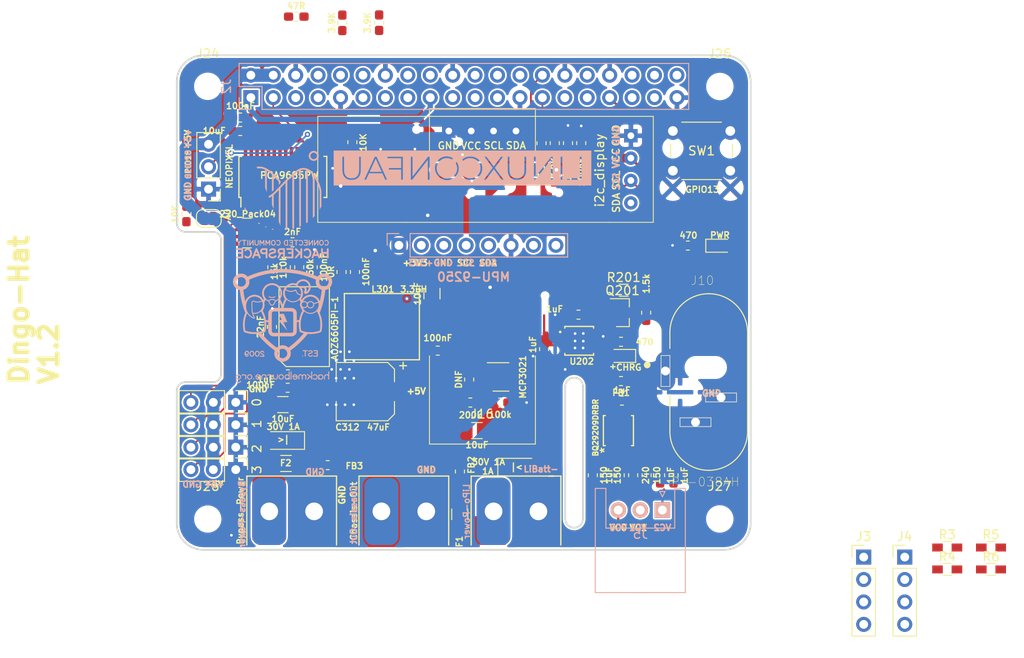
<source format=kicad_pcb>
(kicad_pcb (version 20171130) (host pcbnew "(5.1.4)-1")
  (layers (0 F.Cu signal) (31 B.Cu signal) (34 B.Paste user) (35 F.Paste user) (36 B.SilkS user) (37 F.SilkS user) (38 B.Mask user) (39 F.Mask user) (44 Edge.Cuts user))
  (net 0 "")
  (net 1 GND)
  (net 2 +5V)
  (net 3 /A0)
  (net 4 /PWM0)
  (net 5 /PWM1)
  (net 6 /PWM2)
  (net 7 /PWM3)
  (net 8 /PWM4)
  (net 9 /PWM5)
  (net 10 /PWM6)
  (net 11 /PWM7)
  (net 12 /PWM8)
  (net 13 /PWM9)
  (net 14 /PWM10)
  (net 15 /PWM11)
  (net 16 /PWM12)
  (net 17 /PWM13)
  (net 18 /PWM14)
  (net 19 /PWM15)
  (net 20 "Net-(R7-Pad1)")
  (net 21 /SCL_3.3)
  (net 22 /SDA_3.3)
  (net 23 +3V3)
  (net 24 "Net-(D1-Pad1)")
  (net 25 /GPIO04)
  (net 26 /TXD)
  (net 27 /RXD)
  (net 28 /GPIO17)
  (net 29 /GPIO18)
  (net 30 /GPIO27)
  (net 31 /GPIO22)
  (net 32 /GPIO23)
  (net 33 /GPIO24)
  (net 34 /GPIO10)
  (net 35 /GPIO09)
  (net 36 /GPIO25)
  (net 37 /GPIO11)
  (net 38 /SPI_CE0)
  (net 39 /SPI_CE1)
  (net 40 /EEDATA)
  (net 41 /EECLK)
  (net 42 /GPIO05)
  (net 43 /GPIO06)
  (net 44 /GPIO12)
  (net 45 /GPIO13)
  (net 46 /GPIO19)
  (net 47 /GPIO16)
  (net 48 /GPIO26)
  (net 49 /GPIO20)
  (net 50 /GPIO21)
  (net 51 /NCS)
  (net 52 "Net-(J24-Pad1)")
  (net 53 "Net-(J25-Pad1)")
  (net 54 "Net-(J26-Pad1)")
  (net 55 "Net-(J27-Pad1)")
  (net 56 "Net-(J6-Pad3)")
  (net 57 "Net-(J7-Pad3)")
  (net 58 "Net-(J8-Pad3)")
  (net 59 "Net-(J9-Pad3)")
  (net 60 "Net-(J15-Pad1)")
  (net 61 /SD0\SA0)
  (net 62 /CSB)
  (net 63 "Net-(C1-Pad1)")
  (net 64 /LiPoBatteryMgmt/Chrg+)
  (net 65 /VC0)
  (net 66 /BatterySupply)
  (net 67 "Net-(C205-Pad2)")
  (net 68 "Net-(C205-Pad1)")
  (net 69 "Net-(C207-Pad1)")
  (net 70 "Net-(C208-Pad1)")
  (net 71 "Net-(C301-Pad1)")
  (net 72 "Net-(C307-Pad1)")
  (net 73 "Net-(C308-Pad1)")
  (net 74 "Net-(C310-Pad1)")
  (net 75 "Net-(D2-Pad1)")
  (net 76 "Net-(D3-Pad1)")
  (net 77 "Net-(D201-Pad1)")
  (net 78 "Net-(F1-Pad2)")
  (net 79 "Net-(F2-Pad2)")
  (net 80 "Net-(FB1-Pad2)")
  (net 81 /VC2)
  (net 82 /VC1)
  (net 83 "Net-(J14-Pad2)")
  (net 84 "Net-(R202-Pad2)")
  (net 85 "Net-(R206-Pad1)")
  (net 86 "Net-(R301-Pad2)")
  (net 87 "Net-(R302-Pad2)")
  (net 88 "Net-(R303-Pad2)")
  (net 89 "Net-(U202-Pad6)")
  (net 90 "Net-(U202-Pad5)")
  (net 91 /Power/LX)
  (net 92 /LiPoBatteryMgmt/BalOUT)
  (net 93 "Net-(Q201-Pad2)")
  (net 94 "Net-(Q201-Pad3)")
  (net 95 "Net-(J3-Pad2)")
  (net 96 "Net-(J4-Pad2)")
  (module Capacitor_SMD:C_0603_1608Metric_Pad1.05x0.95mm_HandSolder (layer F.Cu) (at 154.74 91.059 270)
    (fp_text reference C207 hide)
    (fp_text value 1uF (at 0 -1.206 90) (layer F.SilkS) (effects (font (size 0.7 0.7))))
    (pad 2 smd roundrect (at 0.875 0 270) (size 1.05 0.95) (layers F.Cu F.Paste F.Mask) (net 65 /VC0))
    (pad 1 smd roundrect (at -0.875 0 270) (size 1.05 0.95) (layers F.Cu F.Paste F.Mask) (net 69 "Net-(C207-Pad1)"))
  )
  (module Capacitor_SMD:C_0603_1608Metric_Pad1.05x0.95mm_HandSolder (layer F.Cu) (at 150.168 91.059 90)
    (fp_text reference C205 hide)
    (fp_text value 1uF (at -0.02 -1.206 90) (layer F.SilkS) (effects (font (size 0.7 0.7))))
    (pad 2 smd roundrect (at 0.875 0 90) (size 1.05 0.95) (layers F.Cu F.Paste F.Mask) (net 67 "Net-(C205-Pad2)"))
    (pad 1 smd roundrect (at -0.875 0 90) (size 1.05 0.95) (layers F.Cu F.Paste F.Mask) (net 68 "Net-(C205-Pad1)"))
  )
  (module Capacitor_SMD:C_0603_1608Metric_Pad1.05x0.95mm_HandSolder (layer F.Cu) (at 156.264 91.059 90)
    (fp_text reference C206 hide)
    (fp_text value 1uF (at 0.01 1.234 90) (layer F.SilkS) (effects (font (size 0.7 0.7))))
    (pad 2 smd roundrect (at 0.875 0 90) (size 1.05 0.95) (layers F.Cu F.Paste F.Mask) (net 65 /VC0))
    (pad 1 smd roundrect (at -0.875 0 90) (size 1.05 0.95) (layers F.Cu F.Paste F.Mask) (net 67 "Net-(C205-Pad2)"))
  )
  (module Resistor_SMD:R_0603_1608Metric_Pad1.05x0.95mm_HandSolder (layer F.Cu) (at 147.12 91.059 90)
    (fp_text reference R208 hide)
    (fp_text value 150 (at 0.006 1.26 90) (layer F.SilkS) (effects (font (size 0.7 0.7))))
    (pad 2 smd roundrect (at 0.875 0 90) (size 1.05 0.95) (layers F.Cu F.Paste F.Mask) (net 70 "Net-(C208-Pad1)"))
    (pad 1 smd roundrect (at -0.875 0 90) (size 1.05 0.95) (layers F.Cu F.Paste F.Mask) (net 81 /VC2))
  )
  (module Resistor_SMD:R_0603_1608Metric_Pad1.05x0.95mm_HandSolder (layer F.Cu) (at 151.692 91.059 90)
    (fp_text reference R205 hide)
    (fp_text value 240 (at 0 1.43 90) (layer F.SilkS) (effects (font (size 0.7 0.7))))
    (pad 2 smd roundrect (at 0.875 0 90) (size 1.05 0.95) (layers F.Cu F.Paste F.Mask) (net 82 /VC1))
    (pad 1 smd roundrect (at -0.875 0 90) (size 1.05 0.95) (layers F.Cu F.Paste F.Mask) (net 67 "Net-(C205-Pad2)"))
  )
  (module Resistor_SMD:R_0603_1608Metric_Pad1.05x0.95mm_HandSolder (layer F.Cu) (at 148.644 91.059 270)
    (fp_text reference R207 hide)
    (fp_text value 150 (at 0 -1.264 90) (layer F.SilkS) (effects (font (size 0.7 0.7))))
    (pad 2 smd roundrect (at 0.875 0 270) (size 1.05 0.95) (layers F.Cu F.Paste F.Mask) (net 81 /VC2))
    (pad 1 smd roundrect (at -0.875 0 270) (size 1.05 0.95) (layers F.Cu F.Paste F.Mask) (net 68 "Net-(C205-Pad1)"))
  )
  (module "libs:0.91 OLED" (layer F.Cu) (at 134.61 68.53 270)
    (fp_text reference J16 (at 15.59 0.02) (layer F.SilkS))
    (fp_text value i2c_display_1 hide)
    (fp_text user GND (at -14.79 3.83) (layer F.SilkS) (effects (font (size 0.8 0.8))))
    (fp_text user VCC (at -14.77 1.27) (layer F.SilkS) (effects (font (size 0.8 0.8))))
    (fp_text user SCL (at -14.81 -1.26) (layer F.SilkS) (effects (font (size 0.8 0.8))))
    (fp_text user SDA (at -14.81 -3.8) (layer F.SilkS) (effects (font (size 0.8 0.8))))
    (pad 4 thru_hole circle (at -16.46 -3.81 270) (size 1.524 1.524) (drill 0.762) (layers *.Cu *.Mask) (net 22 /SDA_3.3))
    (pad 3 thru_hole circle (at -16.46 -1.27 270) (size 1.524 1.524) (drill 0.762) (layers *.Cu *.Mask) (net 21 /SCL_3.3))
    (pad 2 thru_hole circle (at -16.46 1.26 270) (size 1.524 1.524) (drill 0.762) (layers *.Cu *.Mask) (net 2 +5V))
    (pad 1 thru_hole rect (at -16.46 3.8 270) (size 1.524 1.524) (drill 0.762) (layers *.Cu *.Mask) (net 1 GND))
  )
  (module Resistors_SMD:R_0603_HandSoldering (layer F.Cu) (at 150.622 70.104)
    (fp_text reference R201 (at 0 -1.45) (layer F.SilkS))
    (fp_text value 10K)
    (pad 1 smd rect (at -1.1 0) (size 1.2 0.9) (layers F.Cu F.Paste F.Mask) (net 92 /LiPoBatteryMgmt/BalOUT))
    (pad 2 smd rect (at 1.1 0) (size 1.2 0.9) (layers F.Cu F.Paste F.Mask) (net 1 GND))
  )
  (module Resistors_SMD:R_0603_HandSoldering (layer F.Cu) (at 192.22 101.725)
    (fp_text reference R6 (at 0 -1.45) (layer F.SilkS))
    (fp_text value 470)
    (pad 1 smd rect (at -1.1 0) (size 1.2 0.9) (layers F.Cu F.Paste F.Mask) (net 49 /GPIO20))
    (pad 2 smd rect (at 1.1 0) (size 1.2 0.9) (layers F.Cu F.Paste F.Mask) (net 1 GND))
  )
  (module Resistors_SMD:R_0603_HandSoldering (layer F.Cu) (at 192.22 99.245)
    (fp_text reference R5 (at 0 -1.45) (layer F.SilkS))
    (fp_text value 330)
    (pad 1 smd rect (at -1.1 0) (size 1.2 0.9) (layers F.Cu F.Paste F.Mask) (net 96 "Net-(J4-Pad2)"))
    (pad 2 smd rect (at 1.1 0) (size 1.2 0.9) (layers F.Cu F.Paste F.Mask) (net 49 /GPIO20))
  )
  (module Resistors_SMD:R_0603_HandSoldering (layer F.Cu) (at 187.26 101.725)
    (fp_text reference R4 (at 0 -1.45) (layer F.SilkS))
    (fp_text value 470)
    (pad 1 smd rect (at -1.1 0) (size 1.2 0.9) (layers F.Cu F.Paste F.Mask) (net 50 /GPIO21))
    (pad 2 smd rect (at 1.1 0) (size 1.2 0.9) (layers F.Cu F.Paste F.Mask) (net 1 GND))
  )
  (module Resistors_SMD:R_0603_HandSoldering (layer F.Cu) (at 187.26 99.245)
    (fp_text reference R3 (at 0 -1.45) (layer F.SilkS))
    (fp_text value 330)
    (pad 1 smd rect (at -1.1 0) (size 1.2 0.9) (layers F.Cu F.Paste F.Mask) (net 95 "Net-(J3-Pad2)"))
    (pad 2 smd rect (at 1.1 0) (size 1.2 0.9) (layers F.Cu F.Paste F.Mask) (net 50 /GPIO21))
  )
  (module Pin_Headers:Pin_Header_Straight_1x04_Pitch2.54mm (layer F.Cu) (at 182.45 100.33)
    (fp_text reference J4 (at 0 -2.33) (layer F.SilkS))
    (fp_text value ULTRA_1)
    (pad 1 thru_hole rect (at 0 0) (size 1.7 1.7) (drill 1) (layers *.Cu *.Mask) (net 1 GND))
    (pad 2 thru_hole oval (at 0 2.54) (size 1.7 1.7) (drill 1) (layers *.Cu *.Mask) (net 96 "Net-(J4-Pad2)"))
    (pad 3 thru_hole oval (at 0 5.08) (size 1.7 1.7) (drill 1) (layers *.Cu *.Mask) (net 46 /GPIO19))
    (pad 4 thru_hole oval (at 0 7.62) (size 1.7 1.7) (drill 1) (layers *.Cu *.Mask) (net 2 +5V))
  )
  (module Pin_Headers:Pin_Header_Straight_1x04_Pitch2.54mm (layer F.Cu) (at 177.8 100.33)
    (fp_text reference J3 (at 0 -2.33) (layer F.SilkS))
    (fp_text value ULTRA_0)
    (pad 1 thru_hole rect (at 0 0) (size 1.7 1.7) (drill 1) (layers *.Cu *.Mask) (net 1 GND))
    (pad 2 thru_hole oval (at 0 2.54) (size 1.7 1.7) (drill 1) (layers *.Cu *.Mask) (net 95 "Net-(J3-Pad2)"))
    (pad 3 thru_hole oval (at 0 5.08) (size 1.7 1.7) (drill 1) (layers *.Cu *.Mask) (net 48 /GPIO26))
    (pad 4 thru_hole oval (at 0 7.62) (size 1.7 1.7) (drill 1) (layers *.Cu *.Mask) (net 2 +5V))
  )
  (module "libs:0.91 OLED" (layer F.Cu) (at 134.97 56.404 180)
    (fp_text reference J13 hide)
    (fp_text value i2c_display (at -12.92 -0.13 270) (layer F.SilkS))
    (fp_text user GND (at -14.79 3.83 270) (layer F.SilkS) (effects (font (size 0.8 0.8))))
    (fp_text user VCC (at -14.77 1.27 270) (layer F.SilkS) (effects (font (size 0.8 0.8))))
    (fp_text user SCL (at -14.81 -1.26 270) (layer F.SilkS) (effects (font (size 0.8 0.8))))
    (fp_text user SDA (at -14.81 -3.8 270) (layer F.SilkS) (effects (font (size 0.8 0.8))))
    (pad 4 thru_hole circle (at -16.46 -3.81 180) (size 1.524 1.524) (drill 0.762) (layers *.Cu *.Mask) (net 22 /SDA_3.3))
    (pad 3 thru_hole circle (at -16.46 -1.27 180) (size 1.524 1.524) (drill 0.762) (layers *.Cu *.Mask) (net 21 /SCL_3.3))
    (pad 2 thru_hole circle (at -16.46 1.26 180) (size 1.524 1.524) (drill 0.762) (layers *.Cu *.Mask) (net 2 +5V))
    (pad 1 thru_hole rect (at -16.46 3.8 180) (size 1.524 1.524) (drill 0.762) (layers *.Cu *.Mask) (net 1 GND))
  )
  (module libs:CUI_PJ-038AH (layer F.Cu) (at 160.25 80.5)
    (fp_text reference J10 (at -0.71461 -11.4936) (layer F.SilkS) (effects (font (size 1.0012 1.0012) (thickness 0.05))))
    (fp_text value PJ-038AH (at -0.3786 11.3116) (layer F.SilkS) (effects (font (size 1.00017 1.00017) (thickness 0.05))))
    (fp_line (start -0.35 2.25) (end -0.35 1.25) (layer Edge.Cuts) (width 0.1))
    (fp_line (start -0.35 1.25) (end 3.15 1.25) (layer Edge.Cuts) (width 0.1))
    (fp_line (start 3.15 1.25) (end 3.15 2.25) (layer Edge.Cuts) (width 0.1))
    (fp_line (start 3.15 2.25) (end -0.35 2.25) (layer Edge.Cuts) (width 0.1))
    (fp_line (start -5.4 -3) (end -4.4 -3) (layer Edge.Cuts) (width 0.1))
    (fp_line (start -4.4 -3) (end -4.4 0.5) (layer Edge.Cuts) (width 0.1))
    (fp_line (start -4.4 0.5) (end -5.4 0.5) (layer Edge.Cuts) (width 0.1))
    (fp_line (start -5.4 0.5) (end -5.4 -3) (layer Edge.Cuts) (width 0.1))
    (fp_line (start -3.25 5.05) (end -3.25 4.05) (layer Edge.Cuts) (width 0.1))
    (fp_line (start -3.25 4.05) (end 0.25 4.05) (layer Edge.Cuts) (width 0.1))
    (fp_line (start 0.25 4.05) (end 0.25 5.05) (layer Edge.Cuts) (width 0.1))
    (fp_line (start 0.25 5.05) (end -3.25 5.05) (layer Edge.Cuts) (width 0.1))
    (pad 1 thru_hole oval (at -4.9 -1.25 90) (size 4.4 2.2) (drill 1) (layers *.Cu *.Mask) (net 80 "Net-(FB1-Pad2)"))
    (pad 2 thru_hole oval (at -1.5 4.55 180) (size 4.4 2.2) (drill 1) (layers *.Cu *.Mask) (net 1 GND))
    (pad 3 thru_hole oval (at 1.4 1.75 180) (size 4.4 2.2) (drill 1) (layers *.Cu *.Mask))
  )
  (module Connectors_JST:JST_XH_S03B-XH-A_03x2.50mm_Angled (layer B.Cu) (at 155 95 180)
    (fp_text reference J5 (at 2.49 -2.734) (layer B.SilkS) (effects (justify mirror)))
    (fp_text value LiPo-Balance)
    (pad 1 thru_hole rect (at 0 0 180) (size 1.75 1.75) (drill 1) (layers *.Cu *.Mask B.SilkS) (net 81 /VC2))
    (pad 2 thru_hole circle (at 2.5 0 180) (size 1.75 1.75) (drill 1) (layers *.Cu *.Mask B.SilkS) (net 82 /VC1))
    (pad 3 thru_hole circle (at 5 0 180) (size 1.75 1.75) (drill 1) (layers *.Cu *.Mask B.SilkS) (net 65 /VC0))
  )
  (module Mounting_Holes:MountingHole_2.7mm_M2.5 (layer F.Cu) (at 161.5 96.01)
    (fp_text reference J27 (at 0 -3.7) (layer F.SilkS))
    (fp_text value M2.5_Mount)
    (pad 1 np_thru_hole circle (at 0 0) (size 2.7 2.7) (drill 2.7) (layers *.Cu *.Mask) (net 55 "Net-(J27-Pad1)"))
  )
  (module Mounting_Holes:MountingHole_2.7mm_M2.5 (layer F.Cu) (at 103.51 96.02)
    (fp_text reference J26 (at 0 -3.7) (layer F.SilkS))
    (fp_text value M2.5_Mount)
    (pad 1 np_thru_hole circle (at 0 0) (size 2.7 2.7) (drill 2.7) (layers *.Cu *.Mask) (net 54 "Net-(J26-Pad1)"))
  )
  (module Mounting_Holes:MountingHole_2.7mm_M2.5 (layer F.Cu) (at 161.51 47.03)
    (fp_text reference J25 (at 0 -3.7) (layer F.SilkS))
    (fp_text value M2.5_Mount)
    (pad 1 np_thru_hole circle (at 0 0) (size 2.7 2.7) (drill 2.7) (layers *.Cu *.Mask) (net 53 "Net-(J25-Pad1)"))
  )
  (module Mounting_Holes:MountingHole_2.7mm_M2.5 (layer F.Cu) (at 103.51 47.01)
    (fp_text reference J24 (at 0 -3.7) (layer F.SilkS))
    (fp_text value M2.5_Mount)
    (pad 1 np_thru_hole circle (at 0 0) (size 2.7 2.7) (drill 2.7) (layers *.Cu *.Mask) (net 52 "Net-(J24-Pad1)"))
  )
  (module TO_SOT_Packages_SMD:SOT-23 (layer F.Cu) (at 150.495 72.644)
    (fp_text reference Q201 (at 0 -2.5) (layer F.SilkS))
    (fp_text value BSS84)
    (pad 1 smd rect (at -1 -0.95) (size 0.9 0.8) (layers F.Cu F.Paste F.Mask) (net 92 /LiPoBatteryMgmt/BalOUT))
    (pad 2 smd rect (at -1 0.95) (size 0.9 0.8) (layers F.Cu F.Paste F.Mask) (net 93 "Net-(Q201-Pad2)"))
    (pad 3 smd rect (at 1 0) (size 0.9 0.8) (layers F.Cu F.Paste F.Mask) (net 94 "Net-(Q201-Pad3)"))
  )
  (module libs:logo.LCA.2020.2 (layer F.Cu) (at 182.372 81.534)
    (fp_text reference G3 hide)
    (fp_text value LCA2020Logo.2 hide)
  )
  (module libs:MCP73213T-A6BI (layer F.Cu) (at 145.5799 75.829)
    (fp_text reference U202 (at 0.2831 2.334) (layer F.SilkS) (effects (font (size 0.7 0.7))))
    (fp_text value MCP73213T-A6BI_MF hide)
    (pad 10 smd rect (at 1.55 -1) (size 0.65 0.3) (layers F.Cu F.Paste F.Mask) (net 93 "Net-(Q201-Pad2)"))
    (pad 9 smd rect (at 1.55 -0.5) (size 0.65 0.3) (layers F.Cu F.Paste F.Mask) (net 1 GND))
    (pad 7 smd rect (at 1.55 0.5) (size 0.65 0.3) (layers F.Cu F.Paste F.Mask) (net 84 "Net-(R202-Pad2)"))
    (pad 6 smd rect (at 1.55 1) (size 0.65 0.3) (layers F.Cu F.Paste F.Mask) (net 89 "Net-(U202-Pad6)"))
    (pad 5 smd rect (at -1.55 1) (size 0.65 0.3) (layers F.Cu F.Paste F.Mask) (net 90 "Net-(U202-Pad5)"))
    (pad 4 smd rect (at -1.55 0.5) (size 0.65 0.3) (layers F.Cu F.Paste F.Mask) (net 66 /BatterySupply))
    (pad 3 smd rect (at -1.55 0) (size 0.65 0.3) (layers F.Cu F.Paste F.Mask) (net 66 /BatterySupply))
    (pad 2 smd rect (at -1.55 -0.5) (size 0.65 0.3) (layers F.Cu F.Paste F.Mask) (net 64 /LiPoBatteryMgmt/Chrg+))
    (pad 11 smd rect (at 0 0) (size 1.55 2.48) (layers F.Cu F.Paste F.Mask) (net 1 GND))
    (pad 8 smd rect (at 1.55 0) (size 0.65 0.3) (layers F.Cu F.Paste F.Mask) (net 1 GND))
    (pad 1 smd rect (at -1.55 -1) (size 0.65 0.3) (layers F.Cu F.Paste F.Mask) (net 64 /LiPoBatteryMgmt/Chrg+))
  )
  (module libs:logo.cchs (layer B.Cu) (at 111.98 72.504 180)
    (fp_text reference G1 hide)
    (fp_text value CCHSLogo hide)
  )
  (module Button_Switch_THT:SW_PUSH_6mm (layer F.Cu) (at 156.19 52.07)
    (fp_text reference SW1 hide)
    (fp_text value GPIO13 (at 3.33 6.63) (layer F.SilkS) (effects (font (size 0.7 0.7))))
    (fp_text user %R (at 3.25 2.25) (layer F.SilkS))
    (pad 1 thru_hole circle (at 6.5 0 90) (size 2 2) (drill 1.1) (layers *.Cu *.Mask) (net 45 /GPIO13))
    (pad 2 thru_hole circle (at 6.5 4.5 90) (size 2 2) (drill 1.1) (layers *.Cu *.Mask) (net 1 GND))
    (pad 1 thru_hole circle (at 0 0 90) (size 2 2) (drill 1.1) (layers *.Cu *.Mask) (net 45 /GPIO13))
    (pad 2 thru_hole circle (at 0 4.5 90) (size 2 2) (drill 1.1) (layers *.Cu *.Mask) (net 1 GND))
  )
  (module Diodes_SMD:D_SOD-123F (layer F.Cu) (at 112.268 87.122 180)
    (fp_text reference D3 hide)
    (fp_text value "30V 1A" (at 0.21 1.56) (layer F.SilkS) (effects (font (size 0.7 0.7))))
    (pad 1 smd rect (at -1.4 0 180) (size 1.1 1.1) (layers F.Cu F.Paste F.Mask) (net 76 "Net-(D3-Pad1)"))
    (pad 2 smd rect (at 1.4 0 180) (size 1.1 1.1) (layers F.Cu F.Paste F.Mask) (net 1 GND))
  )
  (module Resistor_SMD:R_0603_1608Metric_Pad1.05x0.95mm_HandSolder (layer F.Cu) (at 119.888 53.34 90)
    (fp_text reference R7 hide)
    (fp_text value 10K (at -0.03 1.23 90) (layer F.SilkS) (effects (font (size 0.7 0.7))))
    (pad 2 smd roundrect (at 0.875 0 90) (size 1.05 0.95) (layers F.Cu F.Paste F.Mask) (net 1 GND))
    (pad 1 smd roundrect (at -0.875 0 90) (size 1.05 0.95) (layers F.Cu F.Paste F.Mask) (net 20 "Net-(R7-Pad1)"))
  )
  (module Resistor_SMD:R_0603_1608Metric_Pad1.05x0.95mm_HandSolder (layer F.Cu) (at 150.313 80.393)
    (fp_text reference FB1 (at 0.01 1.32) (layer F.SilkS) (effects (font (size 0.7 0.7))))
    (fp_text value Ferrite_Bead_Small hide)
    (pad 2 smd roundrect (at 0.875 0) (size 1.05 0.95) (layers F.Cu F.Paste F.Mask) (net 80 "Net-(FB1-Pad2)"))
    (pad 1 smd roundrect (at -0.875 0) (size 1.05 0.95) (layers F.Cu F.Paste F.Mask) (net 64 /LiPoBatteryMgmt/Chrg+))
  )
  (module libs:logo-2020.mask (layer B.Cu) (at 112.04 58.864 180)
    (fp_text reference G5 hide)
    (fp_text value LCA2020Logo.4 hide)
  )
  (module libs:logo-2020.silk (layer B.Cu) (at 112.12 58.904 180)
    (fp_text reference G4 hide)
    (fp_text value LCA2020Logo.3 hide)
  )
  (module Resistor_SMD:R_0603_1608Metric_Pad1.05x0.95mm_HandSolder (layer F.Cu) (at 110.824 67.5 90)
    (fp_text reference R304 hide)
    (fp_text value 110k (at 0 1.24 90) (layer F.SilkS) (effects (font (size 0.7 0.7))))
    (pad 2 smd roundrect (at 0.875 0 90) (size 1.05 0.95) (layers F.Cu F.Paste F.Mask) (net 2 +5V))
    (pad 1 smd roundrect (at -0.875 0 90) (size 1.05 0.95) (layers F.Cu F.Paste F.Mask) (net 88 "Net-(R303-Pad2)"))
  )
  (module Resistor_SMD:R_0603_1608Metric_Pad1.05x0.95mm_HandSolder (layer F.Cu) (at 112.348 67.5 270)
    (fp_text reference R303 hide)
    (fp_text value 15k (at 0.48 1.29 90) (layer F.SilkS) (effects (font (size 0.7 0.7))))
    (pad 2 smd roundrect (at 0.875 0 270) (size 1.05 0.95) (layers F.Cu F.Paste F.Mask) (net 88 "Net-(R303-Pad2)"))
    (pad 1 smd roundrect (at -0.875 0 270) (size 1.05 0.95) (layers F.Cu F.Paste F.Mask) (net 1 GND))
  )
  (module Resistor_SMD:R_0603_1608Metric_Pad1.05x0.95mm_HandSolder (layer F.Cu) (at 113.872 67.5 270)
    (fp_text reference R302 hide)
    (fp_text value 50k (at -0.01 -1.24 90) (layer F.SilkS) (effects (font (size 0.7 0.7))))
    (pad 2 smd roundrect (at 0.875 0 270) (size 1.05 0.95) (layers F.Cu F.Paste F.Mask) (net 87 "Net-(R302-Pad2)"))
    (pad 1 smd roundrect (at -0.875 0 270) (size 1.05 0.95) (layers F.Cu F.Paste F.Mask) (net 74 "Net-(C310-Pad1)"))
  )
  (module Resistor_SMD:R_0603_1608Metric_Pad1.05x0.95mm_HandSolder (layer F.Cu) (at 118.658 68.039 270)
    (fp_text reference R301 hide)
    (fp_text value 0R (at -0.015 1.198 90) (layer F.SilkS) (effects (font (size 0.7 0.7))))
    (pad 2 smd roundrect (at 0.875 0 270) (size 1.05 0.95) (layers F.Cu F.Paste F.Mask) (net 86 "Net-(R301-Pad2)"))
    (pad 1 smd roundrect (at -0.875 0 270) (size 1.05 0.95) (layers F.Cu F.Paste F.Mask) (net 72 "Net-(C307-Pad1)"))
  )
  (module Resistor_SMD:R_0603_1608Metric_Pad1.05x0.95mm_HandSolder (layer F.Cu) (at 153.216 91.059 270)
    (fp_text reference R206 hide)
    (fp_text value 150 (at 0 -1.176 90) (layer F.SilkS) (effects (font (size 0.7 0.7))))
    (pad 2 smd roundrect (at 0.875 0 270) (size 1.05 0.95) (layers F.Cu F.Paste F.Mask) (net 82 /VC1))
    (pad 1 smd roundrect (at -0.875 0 270) (size 1.05 0.95) (layers F.Cu F.Paste F.Mask) (net 85 "Net-(R206-Pad1)"))
  )
  (module Resistor_SMD:R_0603_1608Metric_Pad1.05x0.95mm_HandSolder (layer F.Cu) (at 153.162 72.644 270)
    (fp_text reference R204 hide)
    (fp_text value 1.5k (at -3.28 -0.02 90) (layer F.SilkS) (effects (font (size 0.7 0.7))))
    (pad 2 smd roundrect (at 0.875 0 270) (size 1.05 0.95) (layers F.Cu F.Paste F.Mask) (net 1 GND))
    (pad 1 smd roundrect (at -0.875 0 270) (size 1.05 0.95) (layers F.Cu F.Paste F.Mask) (net 94 "Net-(Q201-Pad3)"))
  )
  (module Resistor_SMD:R_0603_1608Metric_Pad1.05x0.95mm_HandSolder (layer F.Cu) (at 150.313 75.946 180)
    (fp_text reference R202 hide)
    (fp_text value 470 (at -2.67 -0.01) (layer F.SilkS) (effects (font (size 0.7 0.7))))
    (pad 2 smd roundrect (at 0.875 0 180) (size 1.05 0.95) (layers F.Cu F.Paste F.Mask) (net 84 "Net-(R202-Pad2)"))
    (pad 1 smd roundrect (at -0.875 0 180) (size 1.05 0.95) (layers F.Cu F.Paste F.Mask) (net 77 "Net-(D201-Pad1)"))
  )
  (module Resistor_SMD:R_0603_1608Metric_Pad1.05x0.95mm_HandSolder (layer F.Cu) (at 101.092 61.468 90)
    (fp_text reference R14 hide)
    (fp_text value 10K (at 0 -1.27 90) (layer F.SilkS) (effects (font (size 0.7 0.7))))
    (pad 2 smd roundrect (at 0.875 0 90) (size 1.05 0.95) (layers F.Cu F.Paste F.Mask) (net 1 GND))
    (pad 1 smd roundrect (at -0.875 0 90) (size 1.05 0.95) (layers F.Cu F.Paste F.Mask) (net 3 /A0))
  )
  (module Resistor_SMD:R_0603_1608Metric_Pad1.05x0.95mm_HandSolder (layer F.Cu) (at 136.629 82.833 180)
    (fp_text reference R13 hide)
    (fp_text value 100k (at 0.01 -1.37) (layer F.SilkS) (effects (font (size 0.7 0.7))))
    (pad 2 smd roundrect (at 0.875 0 180) (size 1.05 0.95) (layers F.Cu F.Paste F.Mask) (net 63 "Net-(C1-Pad1)"))
    (pad 1 smd roundrect (at -0.875 0 180) (size 1.05 0.95) (layers F.Cu F.Paste F.Mask) (net 1 GND))
  )
  (module Resistor_SMD:R_0603_1608Metric_Pad1.05x0.95mm_HandSolder (layer F.Cu) (at 133.249 82.823)
    (fp_text reference R12 hide)
    (fp_text value 200k (at 0 1.43) (layer F.SilkS) (effects (font (size 0.7 0.7))))
    (pad 2 smd roundrect (at 0.875 0) (size 1.05 0.95) (layers F.Cu F.Paste F.Mask) (net 63 "Net-(C1-Pad1)"))
    (pad 1 smd roundrect (at -0.875 0) (size 1.05 0.95) (layers F.Cu F.Paste F.Mask) (net 66 /BatterySupply))
  )
  (module Resistor_SMD:R_0603_1608Metric_Pad1.05x0.95mm_HandSolder (layer F.Cu) (at 122.92 39.8 270)
    (fp_text reference R11 hide)
    (fp_text value 3.9K (at 0.01 1.32 90) (layer F.SilkS) (effects (font (size 0.7 0.7))))
    (pad 2 smd roundrect (at 0.875 0 270) (size 1.05 0.95) (layers F.Cu F.Paste F.Mask) (net 21 /SCL_3.3))
    (pad 1 smd roundrect (at -0.875 0 270) (size 1.05 0.95) (layers F.Cu F.Paste F.Mask) (net 23 +3V3))
  )
  (module Resistor_SMD:R_0603_1608Metric_Pad1.05x0.95mm_HandSolder (layer F.Cu) (at 118.75 39.82 270)
    (fp_text reference R10 hide)
    (fp_text value 3.9K (at -0.01 1.19 90) (layer F.SilkS) (effects (font (size 0.7 0.7))))
    (pad 2 smd roundrect (at 0.875 0 270) (size 1.05 0.95) (layers F.Cu F.Paste F.Mask) (net 22 /SDA_3.3))
    (pad 1 smd roundrect (at -0.875 0 270) (size 1.05 0.95) (layers F.Cu F.Paste F.Mask) (net 23 +3V3))
  )
  (module Resistor_SMD:R_0603_1608Metric_Pad1.05x0.95mm_HandSolder (layer F.Cu) (at 141.31 53.45 90)
    (fp_text reference R9 hide)
    (fp_text value 3.9K (at -2.814 -0.01 90) (layer F.SilkS) (effects (font (size 0.7 0.7))))
    (pad 2 smd roundrect (at 0.875 0 90) (size 1.05 0.95) (layers F.Cu F.Paste F.Mask) (net 41 /EECLK))
    (pad 1 smd roundrect (at -0.875 0 90) (size 1.05 0.95) (layers F.Cu F.Paste F.Mask) (net 23 +3V3))
  )
  (module Resistor_SMD:R_0603_1608Metric_Pad1.05x0.95mm_HandSolder (layer F.Cu) (at 142.81 53.444 90)
    (fp_text reference R8 hide)
    (fp_text value 3.9K (at -2.82 -0.02 90) (layer F.SilkS) (effects (font (size 0.7 0.7))))
    (pad 2 smd roundrect (at 0.875 0 90) (size 1.05 0.95) (layers F.Cu F.Paste F.Mask) (net 40 /EEDATA))
    (pad 1 smd roundrect (at -0.875 0 90) (size 1.05 0.95) (layers F.Cu F.Paste F.Mask) (net 23 +3V3))
  )
  (module Resistor_SMD:R_0603_1608Metric_Pad1.05x0.95mm_HandSolder (layer F.Cu) (at 113.538 39.116 180)
    (fp_text reference R2 hide)
    (fp_text value 47R (at 0.01 1.21) (layer F.SilkS) (effects (font (size 0.7 0.7))))
    (pad 2 smd roundrect (at 0.875 0 180) (size 1.05 0.95) (layers F.Cu F.Paste F.Mask) (net 83 "Net-(J14-Pad2)"))
    (pad 1 smd roundrect (at -0.875 0 180) (size 1.05 0.95) (layers F.Cu F.Paste F.Mask) (net 29 /GPIO18))
  )
  (module Resistor_SMD:R_0603_1608Metric_Pad1.05x0.95mm_HandSolder (layer F.Cu) (at 157.886 65.044 180)
    (fp_text reference R1 hide)
    (fp_text value 470 (at -0.064 1.15) (layer F.SilkS) (effects (font (size 0.7 0.7))))
    (pad 2 smd roundrect (at 0.875 0 180) (size 1.05 0.95) (layers F.Cu F.Paste F.Mask) (net 1 GND))
    (pad 1 smd roundrect (at -0.875 0 180) (size 1.05 0.95) (layers F.Cu F.Paste F.Mask) (net 24 "Net-(D1-Pad1)"))
  )
  (module Resistor_SMD:R_0603_1608Metric_Pad1.05x0.95mm_HandSolder (layer F.Cu) (at 117.094 89.916 180)
    (fp_text reference FB3 (at -3.02 -0.09) (layer F.SilkS) (effects (font (size 0.7 0.7))))
    (fp_text value Ferrite_Bead_Small hide)
    (pad 2 smd roundrect (at 0.875 0 180) (size 1.05 0.95) (layers F.Cu F.Paste F.Mask) (net 76 "Net-(D3-Pad1)"))
    (pad 1 smd roundrect (at -0.875 0 180) (size 1.05 0.95) (layers F.Cu F.Paste F.Mask) (net 66 /BatterySupply))
  )
  (module Resistor_SMD:R_0603_1608Metric_Pad1.05x0.95mm_HandSolder (layer F.Cu) (at 132.07 90.634 270)
    (fp_text reference FB2 (at -0.74 -1.29 90) (layer F.SilkS) (effects (font (size 0.7 0.7))))
    (fp_text value Ferrite_Bead_Small hide)
    (pad 2 smd roundrect (at 0.875 0 270) (size 1.05 0.95) (layers F.Cu F.Paste F.Mask) (net 75 "Net-(D2-Pad1)"))
    (pad 1 smd roundrect (at -0.875 0 270) (size 1.05 0.95) (layers F.Cu F.Paste F.Mask) (net 66 /BatterySupply))
  )
  (module Resistor_SMD:R_1206_3216Metric_Pad1.42x1.75mm_HandSolder (layer F.Cu) (at 112.37 89.724 180)
    (fp_text reference F2 (at 0.03 0.05) (layer F.SilkS) (effects (font (size 0.7 0.7))))
    (fp_text value Fuse hide)
    (pad 2 smd roundrect (at 1.4875 0 180) (size 1.425 1.75) (layers F.Cu F.Paste F.Mask) (roundrect_rratio 0.175439) (net 79 "Net-(F2-Pad2)"))
    (pad 1 smd roundrect (at -1.4875 0 180) (size 1.425 1.75) (layers F.Cu F.Paste F.Mask) (roundrect_rratio 0.175439) (net 76 "Net-(D3-Pad1)"))
  )
  (module Resistor_SMD:R_1206_3216Metric_Pad1.42x1.75mm_HandSolder (layer F.Cu) (at 132.05 95.484 270)
    (fp_text reference F1 (at 3.09 0.04 90) (layer F.SilkS) (effects (font (size 0.7 0.7))))
    (fp_text value Fuse hide)
    (pad 2 smd roundrect (at 1.4875 0 270) (size 1.425 1.75) (layers F.Cu F.Paste F.Mask) (roundrect_rratio 0.175439) (net 78 "Net-(F1-Pad2)"))
    (pad 1 smd roundrect (at -1.4875 0 270) (size 1.425 1.75) (layers F.Cu F.Paste F.Mask) (roundrect_rratio 0.175439) (net 75 "Net-(D2-Pad1)"))
  )
  (module LED_SMD:LED_0603_1608Metric_Pad1.05x0.95mm_HandSolder (layer F.Cu) (at 150.313 77.543 180)
    (fp_text reference D201 hide)
    (fp_text value CHRG (at -0.89 -1.3) (layer F.SilkS) (effects (font (size 0.7 0.7))))
    (pad 2 smd roundrect (at 0.875 0 180) (size 1.05 0.95) (layers F.Cu F.Paste F.Mask) (net 64 /LiPoBatteryMgmt/Chrg+))
    (pad 1 smd roundrect (at -0.875 0 180) (size 1.05 0.95) (layers F.Cu F.Paste F.Mask) (net 77 "Net-(D201-Pad1)"))
  )
  (module Capacitor_SMD:C_1206_3216Metric_Pad1.42x1.75mm_HandSolder (layer F.Cu) (at 128.905 70.485 90)
    (fp_text reference C311 hide)
    (fp_text value 10uF (at -0.01 -1.63 90) (layer F.SilkS) (effects (font (size 0.7 0.7))))
    (pad 2 smd roundrect (at 1.4875 0 90) (size 1.425 1.75) (layers F.Cu F.Paste F.Mask) (roundrect_rratio 0.175439) (net 1 GND))
    (pad 1 smd roundrect (at -1.4875 0 90) (size 1.425 1.75) (layers F.Cu F.Paste F.Mask) (roundrect_rratio 0.175439) (net 2 +5V))
  )
  (module Capacitor_SMD:C_0603_1608Metric_Pad1.05x0.95mm_HandSolder (layer F.Cu) (at 113.11 64.675 180)
    (fp_text reference C310 hide)
    (fp_text value 2nF (at 0 1.19) (layer F.SilkS) (effects (font (size 0.7 0.7))))
    (pad 2 smd roundrect (at 0.875 0 180) (size 1.05 0.95) (layers F.Cu F.Paste F.Mask) (net 1 GND))
    (pad 1 smd roundrect (at -0.875 0 180) (size 1.05 0.95) (layers F.Cu F.Paste F.Mask) (net 74 "Net-(C310-Pad1)"))
  )
  (module Capacitor_SMD:C_0603_1608Metric_Pad1.05x0.95mm_HandSolder (layer F.Cu) (at 129.56 76.944)
    (fp_text reference C309 hide)
    (fp_text value 100nF (at 0.01 -1.43) (layer F.SilkS) (effects (font (size 0.7 0.7))))
    (pad 2 smd roundrect (at 0.875 0) (size 1.05 0.95) (layers F.Cu F.Paste F.Mask) (net 1 GND))
    (pad 1 smd roundrect (at -0.875 0) (size 1.05 0.95) (layers F.Cu F.Paste F.Mask) (net 2 +5V))
  )
  (module Capacitor_SMD:C_0603_1608Metric_Pad1.05x0.95mm_HandSolder (layer F.Cu) (at 115.396 67.5 90)
    (fp_text reference C308 hide)
    (fp_text value 100nF (at -0.01 1.26 90) (layer F.SilkS) (effects (font (size 0.7 0.7))))
    (pad 2 smd roundrect (at 0.875 0 90) (size 1.05 0.95) (layers F.Cu F.Paste F.Mask) (net 1 GND))
    (pad 1 smd roundrect (at -0.875 0 90) (size 1.05 0.95) (layers F.Cu F.Paste F.Mask) (net 73 "Net-(C308-Pad1)"))
  )
  (module Capacitor_SMD:C_0603_1608Metric_Pad1.05x0.95mm_HandSolder (layer F.Cu) (at 120.182 68.039 270)
    (fp_text reference C307 hide)
    (fp_text value 100nF (at -0.035 -1.248 90) (layer F.SilkS) (effects (font (size 0.7 0.7))))
    (pad 2 smd roundrect (at 0.875 0 270) (size 1.05 0.95) (layers F.Cu F.Paste F.Mask) (net 91 /Power/LX))
    (pad 1 smd roundrect (at -0.875 0 270) (size 1.05 0.95) (layers F.Cu F.Paste F.Mask) (net 72 "Net-(C307-Pad1)"))
  )
  (module Capacitor_SMD:C_0603_1608Metric_Pad1.05x0.95mm_HandSolder (layer F.Cu) (at 112.5855 79.629 180)
    (fp_text reference C306 hide)
    (fp_text value 100nF (at 3.088 -1.205) (layer F.SilkS) (effects (font (size 0.7 0.7))))
    (pad 2 smd roundrect (at 0.875 0 180) (size 1.05 0.95) (layers F.Cu F.Paste F.Mask) (net 1 GND))
    (pad 1 smd roundrect (at -0.875 0 180) (size 1.05 0.95) (layers F.Cu F.Paste F.Mask) (net 66 /BatterySupply))
  )
  (module Capacitor_SMD:C_0603_1608Metric_Pad1.05x0.95mm_HandSolder (layer F.Cu) (at 112.562 81.153 180)
    (fp_text reference C305 hide)
    (fp_text value 1uF (at 2.5 0.951) (layer F.SilkS) (effects (font (size 0.7 0.7))))
    (pad 2 smd roundrect (at 0.875 0 180) (size 1.05 0.95) (layers F.Cu F.Paste F.Mask) (net 1 GND))
    (pad 1 smd roundrect (at -0.875 0 180) (size 1.05 0.95) (layers F.Cu F.Paste F.Mask) (net 66 /BatterySupply))
  )
  (module Capacitor_SMD:C_1206_3216Metric_Pad1.42x1.75mm_HandSolder (layer F.Cu) (at 112.014 83.058 180)
    (fp_text reference C303 hide)
    (fp_text value 10uF (at -0.01 -1.613) (layer F.SilkS) (effects (font (size 0.7 0.7))))
    (pad 2 smd roundrect (at 1.4875 0 180) (size 1.425 1.75) (layers F.Cu F.Paste F.Mask) (roundrect_rratio 0.175439) (net 1 GND))
    (pad 1 smd roundrect (at -1.4875 0 180) (size 1.425 1.75) (layers F.Cu F.Paste F.Mask) (roundrect_rratio 0.175439) (net 66 /BatterySupply))
  )
  (module Capacitor_SMD:C_1206_3216Metric_Pad1.42x1.75mm_HandSolder (layer F.Cu) (at 134 86)
    (fp_text reference C302 hide)
    (fp_text value 10uF (at 0 1.633) (layer F.SilkS) (effects (font (size 0.7 0.7))))
    (pad 2 smd roundrect (at 1.4875 0) (size 1.425 1.75) (layers F.Cu F.Paste F.Mask) (roundrect_rratio 0.175439) (net 1 GND))
    (pad 1 smd roundrect (at -1.4875 0) (size 1.425 1.75) (layers F.Cu F.Paste F.Mask) (roundrect_rratio 0.175439) (net 66 /BatterySupply))
  )
  (module Capacitor_SMD:C_0603_1608Metric_Pad1.05x0.95mm_HandSolder (layer F.Cu) (at 110.784 74.262 90)
    (fp_text reference C301 hide)
    (fp_text value 22nF (at 0.01 -1.286 90) (layer F.SilkS) (effects (font (size 0.7 0.7))))
    (pad 2 smd roundrect (at 0.875 0 90) (size 1.05 0.95) (layers F.Cu F.Paste F.Mask) (net 1 GND))
    (pad 1 smd roundrect (at -0.875 0 90) (size 1.05 0.95) (layers F.Cu F.Paste F.Mask) (net 71 "Net-(C301-Pad1)"))
  )
  (module Capacitor_SMD:C_0603_1608Metric_Pad1.05x0.95mm_HandSolder (layer F.Cu) (at 150.42 82.604)
    (fp_text reference C208 hide)
    (fp_text value 1uF (at 0.01 -1.166) (layer F.SilkS) (effects (font (size 0.7 0.7))))
    (pad 2 smd roundrect (at 0.875 0) (size 1.05 0.95) (layers F.Cu F.Paste F.Mask) (net 65 /VC0))
    (pad 1 smd roundrect (at -0.875 0) (size 1.05 0.95) (layers F.Cu F.Paste F.Mask) (net 70 "Net-(C208-Pad1)"))
  )
  (module Capacitor_SMD:C_0603_1608Metric_Pad1.05x0.95mm_HandSolder (layer F.Cu) (at 141.603 76.773 270)
    (fp_text reference C204 hide)
    (fp_text value 1uF (at -0.52 1.27 90) (layer F.SilkS) (effects (font (size 0.7 0.7))))
    (pad 2 smd roundrect (at 0.875 0 270) (size 1.05 0.95) (layers F.Cu F.Paste F.Mask) (net 1 GND))
    (pad 1 smd roundrect (at -0.875 0 270) (size 1.05 0.95) (layers F.Cu F.Paste F.Mask) (net 66 /BatterySupply))
  )
  (module Capacitor_SMD:C_0603_1608Metric_Pad1.05x0.95mm_HandSolder (layer F.Cu) (at 145.493 72.873)
    (fp_text reference C202 hide)
    (fp_text value 1uF (at -2.71 -0.63) (layer F.SilkS) (effects (font (size 0.7 0.7))))
    (pad 2 smd roundrect (at 0.875 0) (size 1.05 0.95) (layers F.Cu F.Paste F.Mask) (net 1 GND))
    (pad 1 smd roundrect (at -0.875 0) (size 1.05 0.95) (layers F.Cu F.Paste F.Mask) (net 64 /LiPoBatteryMgmt/Chrg+))
  )
  (module Resistor_SMD:R_0603_1608Metric_Pad1.05x0.95mm_HandSolder (layer F.Cu) (at 144.31 53.444 90)
    (fp_text reference C9 hide)
    (fp_text value 10uF (at -3.01 0 90) (layer F.SilkS) (effects (font (size 0.7 0.7))))
    (pad 2 smd roundrect (at 0.875 0 90) (size 1.05 0.95) (layers F.Cu F.Paste F.Mask) (net 1 GND))
    (pad 1 smd roundrect (at -0.875 0 90) (size 1.05 0.95) (layers F.Cu F.Paste F.Mask) (net 2 +5V))
  )
  (module Resistor_SMD:R_0603_1608Metric_Pad1.05x0.95mm_HandSolder (layer F.Cu) (at 145.81 53.444 90)
    (fp_text reference C3 hide)
    (fp_text value 100nF (at -3.29 0 90) (layer F.SilkS) (effects (font (size 0.7 0.7))))
    (pad 2 smd roundrect (at 0.875 0 90) (size 1.05 0.95) (layers F.Cu F.Paste F.Mask) (net 1 GND))
    (pad 1 smd roundrect (at -0.875 0 90) (size 1.05 0.95) (layers F.Cu F.Paste F.Mask) (net 2 +5V))
  )
  (module Capacitor_SMD:C_0603_1608Metric_Pad1.05x0.95mm_HandSolder (layer F.Cu) (at 133.119 80.223 90)
    (fp_text reference C1 hide)
    (fp_text value DNF (at 0.01 -1.19 90) (layer F.SilkS) (effects (font (size 0.7 0.7))))
    (pad 2 smd roundrect (at 0.875 0 90) (size 1.05 0.95) (layers F.Cu F.Paste F.Mask) (net 1 GND))
    (pad 1 smd roundrect (at -0.875 0 90) (size 1.05 0.95) (layers F.Cu F.Paste F.Mask) (net 63 "Net-(C1-Pad1)"))
  )
  (module Connector_PinHeader_2.54mm:PinHeader_1x03_P2.54mm_Vertical (layer F.Cu) (at 103.6 58.654 180)
    (fp_text reference J14 hide)
    (fp_text value NEOPIXEL (at -2.35 2.57 270) (layer F.SilkS) (effects (font (size 0.7 0.7))))
    (pad 1 thru_hole rect (at 0 0 180) (size 1.7 1.7) (drill 1) (layers *.Cu *.Mask) (net 1 GND))
    (pad 2 thru_hole oval (at 0 2.54 180) (size 1.7 1.7) (drill 1) (layers *.Cu *.Mask) (net 83 "Net-(J14-Pad2)"))
    (pad 3 thru_hole oval (at 0 5.08 180) (size 1.7 1.7) (drill 1) (layers *.Cu *.Mask) (net 2 +5V))
  )
  (module libs:SolderWirePad_2x_5.08mm_14-18AWG-2mmDrill (layer F.Cu) (at 138.42 95.15)
    (fp_text reference J1 hide)
    (fp_text value LiPo-Power (at -5.59 0.004 90) (layer B.SilkS) (effects (font (size 0.7 0.7)) (justify mirror)))
    (pad 2 thru_hole roundrect (at 2.54 0) (size 3.84 7.62) (drill 2) (layers *.Cu *.Mask) (net 1 GND))
    (pad 1 thru_hole roundrect (at -2.54 0) (size 3.84 7.62) (drill 2) (layers *.Cu *.Mask) (net 78 "Net-(F1-Pad2)"))
  )
  (module libs:SolderWirePad_2x_5.08mm_14-18AWG-2mmDrill (layer F.Cu) (at 125.717 95.15)
    (fp_text reference J12 hide)
    (fp_text value Chassis-Out (at -5.667 -0.026 90) (layer F.SilkS) (effects (font (size 0.7 0.7))))
    (pad 2 thru_hole roundrect (at 2.54 0) (size 3.84 7.62) (drill 2) (layers *.Cu *.Mask) (net 1 GND))
    (pad 1 thru_hole roundrect (at -2.54 0) (size 3.84 7.62) (drill 2) (layers *.Cu *.Mask) (net 66 /BatterySupply))
  )
  (module libs:SolderWirePad_2x_5.08mm_14-18AWG-2mmDrill (layer F.Cu) (at 113.014 95.15)
    (fp_text reference J11 hide)
    (fp_text value Bypass-Power (at -5.814 -0.056 90) (layer F.SilkS) (effects (font (size 0.7 0.7))))
    (pad 2 thru_hole roundrect (at 2.54 0) (size 3.84 7.62) (drill 2) (layers *.Cu *.Mask) (net 1 GND))
    (pad 1 thru_hole roundrect (at -2.54 0) (size 3.84 7.62) (drill 2) (layers *.Cu *.Mask) (net 79 "Net-(F2-Pad2)"))
  )
  (module Package_SO:TSSOP-28_4.4x9.7mm_P0.65mm (layer F.Cu) (at 112.014 57.27 90)
    (fp_text reference U2 hide)
    (fp_text value PCA9685PW (at 0.176 0.732 180) (layer F.SilkS) (effects (font (size 0.75 0.75))))
    (pad 1 smd rect (at -2.85 -4.225 90) (size 1.1 0.4) (layers F.Cu F.Paste F.Mask) (net 3 /A0))
    (pad 2 smd rect (at -2.85 -3.575 90) (size 1.1 0.4) (layers F.Cu F.Paste F.Mask) (net 1 GND))
    (pad 3 smd rect (at -2.85 -2.925 90) (size 1.1 0.4) (layers F.Cu F.Paste F.Mask) (net 1 GND))
    (pad 4 smd rect (at -2.85 -2.275 90) (size 1.1 0.4) (layers F.Cu F.Paste F.Mask) (net 1 GND))
    (pad 5 smd rect (at -2.85 -1.625 90) (size 1.1 0.4) (layers F.Cu F.Paste F.Mask) (net 1 GND))
    (pad 6 smd rect (at -2.85 -0.975 90) (size 1.1 0.4) (layers F.Cu F.Paste F.Mask) (net 4 /PWM0))
    (pad 7 smd rect (at -2.85 -0.325 90) (size 1.1 0.4) (layers F.Cu F.Paste F.Mask) (net 5 /PWM1))
    (pad 8 smd rect (at -2.85 0.325 90) (size 1.1 0.4) (layers F.Cu F.Paste F.Mask) (net 6 /PWM2))
    (pad 9 smd rect (at -2.85 0.975 90) (size 1.1 0.4) (layers F.Cu F.Paste F.Mask) (net 7 /PWM3))
    (pad 10 smd rect (at -2.85 1.625 90) (size 1.1 0.4) (layers F.Cu F.Paste F.Mask) (net 8 /PWM4))
    (pad 11 smd rect (at -2.85 2.275 90) (size 1.1 0.4) (layers F.Cu F.Paste F.Mask) (net 9 /PWM5))
    (pad 12 smd rect (at -2.85 2.925 90) (size 1.1 0.4) (layers F.Cu F.Paste F.Mask) (net 10 /PWM6))
    (pad 13 smd rect (at -2.85 3.575 90) (size 1.1 0.4) (layers F.Cu F.Paste F.Mask) (net 11 /PWM7))
    (pad 14 smd rect (at -2.85 4.225 90) (size 1.1 0.4) (layers F.Cu F.Paste F.Mask) (net 1 GND))
    (pad 15 smd rect (at 2.85 4.225 90) (size 1.1 0.4) (layers F.Cu F.Paste F.Mask) (net 12 /PWM8))
    (pad 16 smd rect (at 2.85 3.575 90) (size 1.1 0.4) (layers F.Cu F.Paste F.Mask) (net 13 /PWM9))
    (pad 17 smd rect (at 2.85 2.925 90) (size 1.1 0.4) (layers F.Cu F.Paste F.Mask) (net 14 /PWM10))
    (pad 18 smd rect (at 2.85 2.275 90) (size 1.1 0.4) (layers F.Cu F.Paste F.Mask) (net 15 /PWM11))
    (pad 19 smd rect (at 2.85 1.625 90) (size 1.1 0.4) (layers F.Cu F.Paste F.Mask) (net 16 /PWM12))
    (pad 20 smd rect (at 2.85 0.975 90) (size 1.1 0.4) (layers F.Cu F.Paste F.Mask) (net 17 /PWM13))
    (pad 21 smd rect (at 2.85 0.325 90) (size 1.1 0.4) (layers F.Cu F.Paste F.Mask) (net 18 /PWM14))
    (pad 22 smd rect (at 2.85 -0.325 90) (size 1.1 0.4) (layers F.Cu F.Paste F.Mask) (net 19 /PWM15))
    (pad 23 smd rect (at 2.85 -0.975 90) (size 1.1 0.4) (layers F.Cu F.Paste F.Mask) (net 20 "Net-(R7-Pad1)"))
    (pad 24 smd rect (at 2.85 -1.625 90) (size 1.1 0.4) (layers F.Cu F.Paste F.Mask) (net 1 GND))
    (pad 25 smd rect (at 2.85 -2.275 90) (size 1.1 0.4) (layers F.Cu F.Paste F.Mask) (net 1 GND))
    (pad 26 smd rect (at 2.85 -2.925 90) (size 1.1 0.4) (layers F.Cu F.Paste F.Mask) (net 21 /SCL_3.3))
    (pad 27 smd rect (at 2.85 -3.575 90) (size 1.1 0.4) (layers F.Cu F.Paste F.Mask) (net 22 /SDA_3.3))
    (pad 28 smd rect (at 2.85 -4.225 90) (size 1.1 0.4) (layers F.Cu F.Paste F.Mask) (net 23 +3V3))
  )
  (module libs:logo.LCA.2020.1 (layer B.Cu) (at 132.36 56.26 180)
    (fp_text reference G2 hide)
    (fp_text value LCA2020Logo hide)
  )
  (module libs:SOIC-8-EP--AOZ6605PI-1 (layer F.Cu) (at 114.43 74.23)
    (fp_text reference U301 hide)
    (fp_text value AOZ6605PI-1 (at 3.47 0.194 90) (layer F.SilkS) (effects (font (size 0.7 0.7))))
    (pad 8 smd rect (at -1.905 -2.87) (size 0.8 2.2) (layers F.Cu F.Paste F.Mask) (net 88 "Net-(R303-Pad2)"))
    (pad 1 smd rect (at -1.905 2.87) (size 0.8 2.2) (layers F.Cu F.Paste F.Mask) (net 71 "Net-(C301-Pad1)"))
    (pad 7 smd rect (at -0.635 -2.87) (size 0.8 2.2) (layers F.Cu F.Paste F.Mask) (net 87 "Net-(R302-Pad2)"))
    (pad 2 smd rect (at -0.635 2.87) (size 0.8 2.2) (layers F.Cu F.Paste F.Mask) (net 66 /BatterySupply))
    (pad 6 smd rect (at 0.635 -2.87) (size 0.8 2.2) (layers F.Cu F.Paste F.Mask) (net 73 "Net-(C308-Pad1)"))
    (pad 3 smd rect (at 0.635 2.87) (size 0.8 2.2) (layers F.Cu F.Paste F.Mask) (net 66 /BatterySupply))
    (pad 5 smd rect (at 1.905 -2.87) (size 0.8 2.2) (layers F.Cu F.Paste F.Mask) (net 86 "Net-(R301-Pad2)"))
    (pad 4 smd rect (at 1.905 2.87) (size 0.8 2.2) (layers F.Cu F.Paste F.Mask) (net 1 GND))
    (pad EP smd rect (at 0 0) (size 3.7 2.71) (layers F.Cu F.Paste F.Mask) (net 91 /Power/LX))
  )
  (module libs:BQ29209DRBR (layer F.Cu) (at 150.02 86.004 90)
    (fp_text reference U203 hide)
    (fp_text value BQ29209DRBR (at 0.336 -2.59 90) (layer F.SilkS) (effects (font (size 0.6 0.6))))
    (fp_text user * (at -2.234 -1.53 90) (layer F.SilkS))
    (pad 9 smd rect (at 0 0 90) (size 1.65 2.4) (layers F.Cu F.Paste F.Mask) (net 65 /VC0))
    (pad 8 smd rect (at 1.5 -0.95 90) (size 0.8 0.3) (layers F.Cu F.Paste F.Mask) (net 92 /LiPoBatteryMgmt/BalOUT))
    (pad 7 smd rect (at 1.5 -0.3 90) (size 0.8 0.3) (layers F.Cu F.Paste F.Mask) (net 70 "Net-(C208-Pad1)"))
    (pad 6 smd rect (at 1.5 0.3 90) (size 0.8 0.3) (layers F.Cu F.Paste F.Mask) (net 65 /VC0))
    (pad 5 smd rect (at 1.5 0.95 90) (size 0.8 0.3) (layers F.Cu F.Paste F.Mask) (net 65 /VC0))
    (pad 4 smd rect (at -1.5 0.95 90) (size 0.8 0.3) (layers F.Cu F.Paste F.Mask) (net 69 "Net-(C207-Pad1)"))
    (pad 3 smd rect (at -1.5 0.3 90) (size 0.8 0.3) (layers F.Cu F.Paste F.Mask) (net 85 "Net-(R206-Pad1)"))
    (pad 2 smd rect (at -1.5 -0.3 90) (size 0.8 0.3) (layers F.Cu F.Paste F.Mask) (net 67 "Net-(C205-Pad2)"))
    (pad 1 smd rect (at -1.5 -0.95 90) (size 0.8 0.3) (layers F.Cu F.Paste F.Mask) (net 68 "Net-(C205-Pad1)"))
  )
  (module TO_SOT_Packages_SMD:SOT-23-5 (layer F.Cu) (at 136.719 79.923)
    (fp_text reference U1 hide)
    (fp_text value MCP3021 (at 2.48 0.01 90) (layer F.SilkS) (effects (font (size 0.7 0.7))))
    (pad 1 smd rect (at -1.1 -0.95) (size 1.06 0.65) (layers F.Cu F.Paste F.Mask) (net 23 +3V3))
    (pad 2 smd rect (at -1.1 0) (size 1.06 0.65) (layers F.Cu F.Paste F.Mask) (net 1 GND))
    (pad 3 smd rect (at -1.1 0.95) (size 1.06 0.65) (layers F.Cu F.Paste F.Mask) (net 63 "Net-(C1-Pad1)"))
    (pad 4 smd rect (at 1.1 0.95) (size 1.06 0.65) (layers F.Cu F.Paste F.Mask) (net 22 /SDA_3.3))
    (pad 5 smd rect (at 1.1 -0.95) (size 1.06 0.65) (layers F.Cu F.Paste F.Mask) (net 21 /SCL_3.3))
  )
  (module libs:Inductor-SMT-MPLCH0740 (layer F.Cu) (at 123.23 74.23)
    (fp_text reference L301 (at 0.11 -4.236 180) (layer F.SilkS) (effects (font (size 0.7 0.7))))
    (fp_text value 3.3uH (at 3.61 -4.236 180) (layer F.SilkS) (effects (font (size 0.7 0.7))))
    (pad 1 smd rect (at -2.95 0) (size 2 3.5) (layers F.Cu F.Paste F.Mask) (net 91 /Power/LX))
    (pad 2 smd rect (at 2.95 0) (size 2 3.5) (layers F.Cu F.Paste F.Mask) (net 2 +5V))
  )
  (module Diodes_SMD:D_SOD-123F (layer F.Cu) (at 138.56 90.144)
    (fp_text reference D2 hide)
    (fp_text value "30V 1A" (at -3.26 -0.59) (layer F.SilkS) (effects (font (size 0.7 0.7))))
    (pad 1 smd rect (at -1.4 0) (size 1.1 1.1) (layers F.Cu F.Paste F.Mask) (net 75 "Net-(D2-Pad1)"))
    (pad 2 smd rect (at 1.4 0) (size 1.1 1.1) (layers F.Cu F.Paste F.Mask) (net 1 GND))
  )
  (module libs:CP_Elec_6.6x6.6 (layer F.Cu) (at 121.357 81.587 180)
    (fp_text reference C312 (at 2.025 -4.034 180) (layer F.SilkS) (effects (font (size 0.7 0.7))))
    (fp_text value 47uF (at -1.475 -4.034 180) (layer F.SilkS) (effects (font (size 0.7 0.7))))
    (fp_text user + (at -4.28 3.01) (layer F.SilkS))
    (pad 1 smd rect (at -2.5 0) (size 3.2 1.6) (layers F.Cu F.Paste F.Mask) (net 2 +5V))
    (pad 2 smd rect (at 2.5 0) (size 3.2 1.6) (layers F.Cu F.Paste F.Mask) (net 1 GND))
  )
  (module Connector_PinSocket_2.54mm:PinSocket_2x20_P2.54mm_Vertical (layer B.Cu) (at 108.39 48.29 270)
    (fp_text reference J2 (at -1.27 2.77 270) (layer B.SilkS) (effects (justify mirror)))
    (fp_text value Raspberry_Pi_2_3 hide)
    (pad 1 thru_hole rect (at 0 0 270) (size 1.7 1.7) (drill 1) (layers *.Cu *.Mask) (net 23 +3V3))
    (pad 2 thru_hole oval (at -2.54 0 270) (size 1.7 1.7) (drill 1) (layers *.Cu *.Mask) (net 2 +5V))
    (pad 3 thru_hole oval (at 0 -2.54 270) (size 1.7 1.7) (drill 1) (layers *.Cu *.Mask) (net 22 /SDA_3.3))
    (pad 4 thru_hole oval (at -2.54 -2.54 270) (size 1.7 1.7) (drill 1) (layers *.Cu *.Mask) (net 2 +5V))
    (pad 5 thru_hole oval (at 0 -5.08 270) (size 1.7 1.7) (drill 1) (layers *.Cu *.Mask) (net 21 /SCL_3.3))
    (pad 6 thru_hole oval (at -2.54 -5.08 270) (size 1.7 1.7) (drill 1) (layers *.Cu *.Mask) (net 1 GND))
    (pad 7 thru_hole oval (at 0 -7.62 270) (size 1.7 1.7) (drill 1) (layers *.Cu *.Mask) (net 25 /GPIO04))
    (pad 8 thru_hole oval (at -2.54 -7.62 270) (size 1.7 1.7) (drill 1) (layers *.Cu *.Mask) (net 26 /TXD))
    (pad 9 thru_hole oval (at 0 -10.16 270) (size 1.7 1.7) (drill 1) (layers *.Cu *.Mask) (net 1 GND))
    (pad 10 thru_hole oval (at -2.54 -10.16 270) (size 1.7 1.7) (drill 1) (layers *.Cu *.Mask) (net 27 /RXD))
    (pad 11 thru_hole oval (at 0 -12.7 270) (size 1.7 1.7) (drill 1) (layers *.Cu *.Mask) (net 28 /GPIO17))
    (pad 12 thru_hole oval (at -2.54 -12.7 270) (size 1.7 1.7) (drill 1) (layers *.Cu *.Mask) (net 29 /GPIO18))
    (pad 13 thru_hole oval (at 0 -15.24 270) (size 1.7 1.7) (drill 1) (layers *.Cu *.Mask) (net 30 /GPIO27))
    (pad 14 thru_hole oval (at -2.54 -15.24 270) (size 1.7 1.7) (drill 1) (layers *.Cu *.Mask) (net 1 GND))
    (pad 15 thru_hole oval (at 0 -17.78 270) (size 1.7 1.7) (drill 1) (layers *.Cu *.Mask) (net 31 /GPIO22))
    (pad 16 thru_hole oval (at -2.54 -17.78 270) (size 1.7 1.7) (drill 1) (layers *.Cu *.Mask) (net 32 /GPIO23))
    (pad 17 thru_hole oval (at 0 -20.32 270) (size 1.7 1.7) (drill 1) (layers *.Cu *.Mask) (net 23 +3V3))
    (pad 18 thru_hole oval (at -2.54 -20.32 270) (size 1.7 1.7) (drill 1) (layers *.Cu *.Mask) (net 33 /GPIO24))
    (pad 19 thru_hole oval (at 0 -22.86 270) (size 1.7 1.7) (drill 1) (layers *.Cu *.Mask) (net 34 /GPIO10))
    (pad 20 thru_hole oval (at -2.54 -22.86 270) (size 1.7 1.7) (drill 1) (layers *.Cu *.Mask) (net 1 GND))
    (pad 21 thru_hole oval (at 0 -25.4 270) (size 1.7 1.7) (drill 1) (layers *.Cu *.Mask) (net 35 /GPIO09))
    (pad 22 thru_hole oval (at -2.54 -25.4 270) (size 1.7 1.7) (drill 1) (layers *.Cu *.Mask) (net 36 /GPIO25))
    (pad 23 thru_hole oval (at 0 -27.94 270) (size 1.7 1.7) (drill 1) (layers *.Cu *.Mask) (net 37 /GPIO11))
    (pad 24 thru_hole oval (at -2.54 -27.94 270) (size 1.7 1.7) (drill 1) (layers *.Cu *.Mask) (net 38 /SPI_CE0))
    (pad 25 thru_hole oval (at 0 -30.48 270) (size 1.7 1.7) (drill 1) (layers *.Cu *.Mask) (net 1 GND))
    (pad 26 thru_hole oval (at -2.54 -30.48 270) (size 1.7 1.7) (drill 1) (layers *.Cu *.Mask) (net 39 /SPI_CE1))
    (pad 27 thru_hole oval (at 0 -33.02 270) (size 1.7 1.7) (drill 1) (layers *.Cu *.Mask) (net 40 /EEDATA))
    (pad 28 thru_hole oval (at -2.54 -33.02 270) (size 1.7 1.7) (drill 1) (layers *.Cu *.Mask) (net 41 /EECLK))
    (pad 29 thru_hole oval (at 0 -35.56 270) (size 1.7 1.7) (drill 1) (layers *.Cu *.Mask) (net 42 /GPIO05))
    (pad 30 thru_hole oval (at -2.54 -35.56 270) (size 1.7 1.7) (drill 1) (layers *.Cu *.Mask) (net 1 GND))
    (pad 31 thru_hole oval (at 0 -38.1 270) (size 1.7 1.7) (drill 1) (layers *.Cu *.Mask) (net 43 /GPIO06))
    (pad 32 thru_hole oval (at -2.54 -38.1 270) (size 1.7 1.7) (drill 1) (layers *.Cu *.Mask) (net 44 /GPIO12))
    (pad 33 thru_hole oval (at 0 -40.64 270) (size 1.7 1.7) (drill 1) (layers *.Cu *.Mask) (net 45 /GPIO13))
    (pad 34 thru_hole oval (at -2.54 -40.64 270) (size 1.7 1.7) (drill 1) (layers *.Cu *.Mask) (net 1 GND))
    (pad 35 thru_hole oval (at 0 -43.18 270) (size 1.7 1.7) (drill 1) (layers *.Cu *.Mask) (net 46 /GPIO19))
    (pad 36 thru_hole oval (at -2.54 -43.18 270) (size 1.7 1.7) (drill 1) (layers *.Cu *.Mask) (net 47 /GPIO16))
    (pad 37 thru_hole oval (at 0 -45.72 270) (size 1.7 1.7) (drill 1) (layers *.Cu *.Mask) (net 48 /GPIO26))
    (pad 38 thru_hole oval (at -2.54 -45.72 270) (size 1.7 1.7) (drill 1) (layers *.Cu *.Mask) (net 49 /GPIO20))
    (pad 39 thru_hole oval (at 0 -48.26 270) (size 1.7 1.7) (drill 1) (layers *.Cu *.Mask) (net 1 GND))
    (pad 40 thru_hole oval (at -2.54 -48.26 270) (size 1.7 1.7) (drill 1) (layers *.Cu *.Mask) (net 50 /GPIO21))
  )
  (module Capacitor_SMD:C_0603_1608Metric_Pad1.05x0.95mm_HandSolder (layer F.Cu) (at 107.188 52.07 180)
    (fp_text reference C7 hide)
    (fp_text value 10uF (at 2.944 0.02 180) (layer F.SilkS) (effects (font (size 0.7 0.7))))
    (pad 1 smd roundrect (at -0.875 0 180) (size 1.05 0.95) (layers F.Cu F.Paste F.Mask) (net 23 +3V3))
    (pad 2 smd roundrect (at 0.875 0 180) (size 1.05 0.95) (layers F.Cu F.Paste F.Mask) (net 1 GND))
  )
  (module Capacitor_SMD:C_0603_1608Metric_Pad1.05x0.95mm_HandSolder (layer F.Cu) (at 107.188 50.546 180)
    (fp_text reference C8 hide)
    (fp_text value 100nF (at -0.02 1.31 180) (layer F.SilkS) (effects (font (size 0.7 0.7))))
    (pad 2 smd roundrect (at 0.875 0 180) (size 1.05 0.95) (layers F.Cu F.Paste F.Mask) (net 1 GND))
    (pad 1 smd roundrect (at -0.875 0 180) (size 1.05 0.95) (layers F.Cu F.Paste F.Mask) (net 23 +3V3))
  )
  (module LED_SMD:LED_0603_1608Metric_Pad1.05x0.95mm_HandSolder (layer F.Cu) (at 161.576 65.064)
    (fp_text reference D1 hide)
    (fp_text value PWR (at -0.056 -1.19) (layer F.SilkS) (effects (font (size 0.7 0.7))))
    (pad 1 smd roundrect (at -0.875 0) (size 1.05 0.95) (layers F.Cu F.Paste F.Mask) (net 24 "Net-(D1-Pad1)"))
    (pad 2 smd roundrect (at 0.875 0) (size 1.05 0.95) (layers F.Cu F.Paste F.Mask) (net 2 +5V))
  )
  (module Connector_PinHeader_2.54mm:PinHeader_1x03_P2.54mm_Vertical (layer F.Cu) (at 106.68 82.804 270)
    (fp_text reference J6 hide)
    (fp_text value 0 (at 0 -2.381 270) (layer F.SilkS))
    (pad 1 thru_hole rect (at 0 0 270) (size 1.7 1.7) (drill 1) (layers *.Cu *.Mask) (net 1 GND))
    (pad 2 thru_hole oval (at 0 2.54 270) (size 1.7 1.7) (drill 1) (layers *.Cu *.Mask) (net 2 +5V))
    (pad 3 thru_hole oval (at 0 5.08 270) (size 1.7 1.7) (drill 1) (layers *.Cu *.Mask) (net 56 "Net-(J6-Pad3)"))
  )
  (module Connector_PinHeader_2.54mm:PinHeader_1x03_P2.54mm_Vertical (layer F.Cu) (at 106.68 85.344 270)
    (fp_text reference J7 hide)
    (fp_text value 1 (at -0.1 -2.381 270) (layer F.SilkS))
    (pad 1 thru_hole rect (at 0 0 270) (size 1.7 1.7) (drill 1) (layers *.Cu *.Mask) (net 1 GND))
    (pad 2 thru_hole oval (at 0 2.54 270) (size 1.7 1.7) (drill 1) (layers *.Cu *.Mask) (net 2 +5V))
    (pad 3 thru_hole oval (at 0 5.08 270) (size 1.7 1.7) (drill 1) (layers *.Cu *.Mask) (net 57 "Net-(J7-Pad3)"))
  )
  (module Connector_PinHeader_2.54mm:PinHeader_1x03_P2.54mm_Vertical (layer F.Cu) (at 106.68 87.884 270)
    (fp_text reference J8 hide)
    (fp_text value 2 (at 0.154 -2.391 270) (layer F.SilkS))
    (pad 3 thru_hole oval (at 0 5.08 270) (size 1.7 1.7) (drill 1) (layers *.Cu *.Mask) (net 58 "Net-(J8-Pad3)"))
    (pad 2 thru_hole oval (at 0 2.54 270) (size 1.7 1.7) (drill 1) (layers *.Cu *.Mask) (net 2 +5V))
    (pad 1 thru_hole rect (at 0 0 270) (size 1.7 1.7) (drill 1) (layers *.Cu *.Mask) (net 1 GND))
  )
  (module Connector_PinHeader_2.54mm:PinHeader_1x03_P2.54mm_Vertical (layer F.Cu) (at 106.68 90.424 270)
    (fp_text reference J9 hide)
    (fp_text value 3 (at 0 -2.391 270) (layer F.SilkS))
    (pad 3 thru_hole oval (at 0 5.08 270) (size 1.7 1.7) (drill 1) (layers *.Cu *.Mask) (net 59 "Net-(J9-Pad3)"))
    (pad 2 thru_hole oval (at 0 2.54 270) (size 1.7 1.7) (drill 1) (layers *.Cu *.Mask) (net 2 +5V))
    (pad 1 thru_hole rect (at 0 0 270) (size 1.7 1.7) (drill 1) (layers *.Cu *.Mask) (net 1 GND))
  )
  (module Jumper:SolderJumper-2_P1.3mm_Open_RoundedPad1.0x1.5mm (layer F.Cu) (at 103.632 61.976 180)
    (fp_text reference JP2 hide)
    (fp_text value A0 (at -2.11 0.46 90) (layer F.SilkS) (effects (font (size 0.7 0.7))))
    (pad 2 smd custom (at 0.65 0 180) (size 1 0.5) (layers F.Cu F.Mask) (net 3 /A0) (options (clearance outline) (anchor rect)) (primitives (gr_circle (center 0 0.25) (end 0.5 0.25) (width 0)) (gr_circle (center 0 -0.25) (end 0.5 -0.25) (width 0)) (gr_poly (pts (xy 0 -0.75) (xy -0.5 -0.75) (xy -0.5 0.75) (xy 0 0.75)) (width 0))))
    (pad 1 smd custom (at -0.65 0 180) (size 1 0.5) (layers F.Cu F.Mask) (net 23 +3V3) (options (clearance outline) (anchor rect)) (primitives (gr_circle (center 0 0.25) (end 0.5 0.25) (width 0)) (gr_circle (center 0 -0.25) (end 0.5 -0.25) (width 0)) (gr_poly (pts (xy 0 -0.75) (xy 0.5 -0.75) (xy 0.5 0.75) (xy 0 0.75)) (width 0))))
  )
  (module Resistor_SMD:R_Array_Convex_4x0603 (layer F.Cu) (at 107.95 63.627 180)
    (fp_text reference RN1 hide)
    (fp_text value 220_Pack04 (at -0.08 2.16 180) (layer F.SilkS) (effects (font (size 0.7 0.7))))
    (pad 5 smd rect (at 0.9 1.2 180) (size 0.8 0.5) (layers F.Cu F.Paste F.Mask) (net 56 "Net-(J6-Pad3)"))
    (pad 6 smd rect (at 0.9 0.4 180) (size 0.8 0.4) (layers F.Cu F.Paste F.Mask) (net 57 "Net-(J7-Pad3)"))
    (pad 8 smd rect (at 0.9 -1.2 180) (size 0.8 0.5) (layers F.Cu F.Paste F.Mask) (net 59 "Net-(J9-Pad3)"))
    (pad 7 smd rect (at 0.9 -0.4 180) (size 0.8 0.4) (layers F.Cu F.Paste F.Mask) (net 58 "Net-(J8-Pad3)"))
    (pad 4 smd rect (at -0.9 1.2 180) (size 0.8 0.5) (layers F.Cu F.Paste F.Mask) (net 4 /PWM0))
    (pad 2 smd rect (at -0.9 -0.4 180) (size 0.8 0.4) (layers F.Cu F.Paste F.Mask) (net 6 /PWM2))
    (pad 3 smd rect (at -0.9 0.4 180) (size 0.8 0.4) (layers F.Cu F.Paste F.Mask) (net 5 /PWM1))
    (pad 1 smd rect (at -0.9 -1.2 180) (size 0.8 0.5) (layers F.Cu F.Paste F.Mask) (net 7 /PWM3))
  )
  (module Connector_PinHeader_2.54mm:PinHeader_1x08_P2.54mm_Vertical (layer B.Cu) (at 125.158 65.016 270)
    (fp_text reference J15 hide)
    (fp_text value MPU-9250 (at 3.588 -8.458) (layer B.SilkS) (effects (font (thickness 0.2)) (justify mirror)))
    (pad 1 thru_hole rect (at 0 0 270) (size 1.7 1.7) (drill 1) (layers *.Cu *.Mask) (net 60 "Net-(J15-Pad1)"))
    (pad 2 thru_hole oval (at 0 -2.54 270) (size 1.7 1.7) (drill 1) (layers *.Cu *.Mask) (net 23 +3V3))
    (pad 3 thru_hole oval (at 0 -5.08 270) (size 1.7 1.7) (drill 1) (layers *.Cu *.Mask) (net 1 GND))
    (pad 4 thru_hole oval (at 0 -7.62 270) (size 1.7 1.7) (drill 1) (layers *.Cu *.Mask) (net 21 /SCL_3.3))
    (pad 5 thru_hole oval (at 0 -10.16 270) (size 1.7 1.7) (drill 1) (layers *.Cu *.Mask) (net 22 /SDA_3.3))
    (pad 6 thru_hole oval (at 0 -12.7 270) (size 1.7 1.7) (drill 1) (layers *.Cu *.Mask) (net 61 /SD0\SA0))
    (pad 7 thru_hole oval (at 0 -15.24 270) (size 1.7 1.7) (drill 1) (layers *.Cu *.Mask) (net 51 /NCS))
    (pad 8 thru_hole oval (at 0 -17.78 270) (size 1.7 1.7) (drill 1) (layers *.Cu *.Mask) (net 62 /CSB))
  )
  (gr_text 1A (at 135.23 90.604) (layer F.SilkS) (effects (font (size 0.7 0.7))))
  (gr_text +5V (at 101.252 52.906 90) (layer B.SilkS) (effects (font (size 0.7 0.7) (thickness 0.175)) (justify mirror)))
  (gr_text GND (at 101.262 58.896 90) (layer F.SilkS) (effects (font (size 0.7 0.7) (thickness 0.175))))
  (gr_text GPIO18 (at 101.3 55.844 90) (layer B.SilkS) (effects (font (size 0.6 0.6)) (justify mirror)))
  (gr_text GND (at 101.269858 58.899322 90) (layer B.SilkS) (effects (font (size 0.7 0.7) (thickness 0.175)) (justify mirror)))
  (gr_text +5V (at 101.25 53.014 90) (layer F.SilkS) (effects (font (size 0.7 0.7) (thickness 0.175))))
  (gr_text GPIO18 (at 101.29 55.864 90) (layer F.SilkS) (effects (font (size 0.6 0.6))))
  (gr_text VC2 (at 155 97) (layer B.SilkS) (effects (font (size 0.7 0.7) (thickness 0.175)) (justify mirror)))
  (gr_text VC1 (at 152.28 97) (layer F.SilkS) (effects (font (size 0.7 0.7) (thickness 0.175))))
  (gr_text VC1 (at 152.24 97) (layer B.SilkS) (effects (font (size 0.7 0.7) (thickness 0.175)) (justify mirror)))
  (gr_text VC0 (at 150 97) (layer F.SilkS) (effects (font (size 0.7 0.7) (thickness 0.175))))
  (gr_text VC0 (at 150 97) (layer B.SilkS) (effects (font (size 0.7 0.7) (thickness 0.175)) (justify mirror)))
  (gr_text |< (at 112.08 87.094 180) (layer F.SilkS) (effects (font (size 0.7 0.6))))
  (gr_text |< (at 138.5 90.114) (layer F.SilkS) (effects (font (size 0.7 0.6))))
  (gr_text + (at 149.403 78.723) (layer F.SilkS) (effects (font (size 0.6 0.6))))
  (gr_text - (at 142.43 91.104) (layer F.SilkS) (effects (font (size 0.7 0.7) (thickness 0.175))))
  (gr_text LiBatt- (at 141.25 90.364) (layer B.SilkS) (effects (font (size 0.7 0.7) (thickness 0.175))))
  (gr_text GND (at 118.72 93.284 90) (layer F.SilkS) (effects (font (size 0.7 0.7) (thickness 0.175))))
  (gr_text GND (at 115.66 90.694) (layer B.SilkS) (effects (font (size 0.7 0.7) (thickness 0.175)) (justify mirror)))
  (gr_text Chassis-Out (at 120.03 95.514 90) (layer B.SilkS) (effects (font (size 0.7 0.7) (thickness 0.175)) (justify mirror)))
  (gr_text Bypass-Power (at 107.39 95.464 90) (layer B.SilkS) (effects (font (size 0.7 0.7) (thickness 0.175)) (justify mirror)))
  (gr_text GND (at 128.27 90.444) (layer F.SilkS) (effects (font (size 0.7 0.7) (thickness 0.175))))
  (gr_text GND (at 128.27 90.444) (layer B.SilkS) (effects (font (size 0.7 0.7) (thickness 0.175)) (justify mirror)))
  (gr_text +5V (at 127.127 81.534) (layer F.SilkS) (effects (font (size 0.7 0.7) (thickness 0.175))))
  (gr_text +5V (at 104.2 92.074) (layer F.SilkS) (effects (font (size 0.7 0.7) (thickness 0.175))))
  (gr_text +5V (at 104.308 92.076) (layer B.SilkS) (effects (font (size 0.7 0.7) (thickness 0.175)) (justify mirror)))
  (gr_text +5V (at 149.778 55.222 90) (layer B.SilkS) (effects (font (size 0.7 0.7) (thickness 0.175)) (justify mirror)))
  (gr_text SCL (at 149.778 57.772 90) (layer B.SilkS) (effects (font (size 0.7 0.7) (thickness 0.175)) (justify mirror)))
  (gr_text GND (at 101.724678 92.093858) (layer B.SilkS) (effects (font (size 0.7 0.7) (thickness 0.175)) (justify mirror)))
  (gr_text GND (at 109.22 81.28) (layer F.SilkS) (effects (font (size 0.7 0.7) (thickness 0.175))))
  (gr_text GND (at 160.584678 81.793858) (layer B.SilkS) (effects (font (size 0.7 0.7) (thickness 0.175)) (justify mirror)))
  (gr_text GND (at 160.588 81.786) (layer F.SilkS) (effects (font (size 0.7 0.7) (thickness 0.175))))
  (gr_text GND (at 149.780142 52.588678 90) (layer B.SilkS) (effects (font (size 0.7 0.7) (thickness 0.175)) (justify mirror)))
  (gr_text +3V3 (at 127.635 67.006) (layer B.SilkS) (effects (font (size 0.7 0.7) (thickness 0.175)) (justify mirror)))
  (gr_text SDA (at 135.255 67.016) (layer B.SilkS) (effects (font (size 0.7 0.7) (thickness 0.175)) (justify mirror)))
  (gr_text SCL (at 132.715 67.016) (layer B.SilkS) (effects (font (size 0.7 0.7) (thickness 0.175)) (justify mirror)))
  (gr_text SDA (at 135.255 67.016) (layer F.SilkS) (effects (font (size 0.7 0.7) (thickness 0.175))))
  (gr_text SCL (at 132.715 67.016) (layer F.SilkS) (effects (font (size 0.7 0.7) (thickness 0.175))))
  (gr_text +3V3 (at 127 67.006) (layer F.SilkS) (effects (font (size 0.7 0.7) (thickness 0.175))))
  (gr_text GND (at 130.175 67.003858) (layer B.SilkS) (effects (font (size 0.7 0.7) (thickness 0.175)) (justify mirror)))
  (gr_text GND (at 130.175 66.996) (layer F.SilkS) (effects (font (size 0.7 0.7) (thickness 0.175))))
  (gr_text "Dingo-Hat\nV1.2" (at 83.82 81.026 90) (layer F.SilkS) (effects (font (size 2.1 2.1) (thickness 0.525)) (justify left)))
  (gr_arc (start 145 96) (end 144 96) (angle -180) (layer Edge.Cuts) (width 0.2))
  (gr_arc (start 101 62.5) (end 100 62.5) (angle -90) (layer Edge.Cuts) (width 0.2))
  (gr_line (start 144 81) (end 144 96) (layer Edge.Cuts) (width 0.2))
  (gr_arc (start 145 81) (end 146 81) (angle -180) (layer Edge.Cuts) (width 0.2))
  (gr_arc (start 104.125 64.375) (end 105 64.5) (angle -106.2602047) (layer Edge.Cuts) (width 0.2))
  (gr_line (start 146 81) (end 146 96) (layer Edge.Cuts) (width 0.2))
  (gr_line (start 105 79.5) (end 105 64.5) (layer Edge.Cuts) (width 0.2))
  (gr_line (start 101 63.5) (end 104 63.5) (layer Edge.Cuts) (width 0.2))
  (gr_line (start 101 80.5) (end 104 80.5) (layer Edge.Cuts) (width 0.2))
  (gr_arc (start 103 46.5) (end 103 43.5) (angle -90) (layer Edge.Cuts) (width 0.2))
  (gr_line (start 162 43.5) (end 103 43.5) (layer Edge.Cuts) (width 0.2))
  (gr_line (start 100 81.5) (end 100 96.5) (layer Edge.Cuts) (width 0.2))
  (gr_arc (start 101 81.5) (end 101 80.5) (angle -90) (layer Edge.Cuts) (width 0.2))
  (gr_arc (start 162 46.5) (end 165 46.5) (angle -90) (layer Edge.Cuts) (width 0.2))
  (gr_line (start 103 99.5) (end 162 99.5) (layer Edge.Cuts) (width 0.2))
  (gr_line (start 100 46.5) (end 100 62.5) (layer Edge.Cuts) (width 0.2))
  (gr_arc (start 103 96.5) (end 100 96.5) (angle -90) (layer Edge.Cuts) (width 0.2))
  (gr_arc (start 104.125 79.625) (end 104 80.5) (angle -106.2602047) (layer Edge.Cuts) (width 0.2))
  (gr_line (start 165 96.5) (end 165 46.5) (layer Edge.Cuts) (width 0.2))
  (gr_arc (start 162 96.5) (end 162 99.5) (angle -90) (layer Edge.Cuts) (width 0.2))
  (via (at 145.113 75.853) (size 0.6) (drill 0.3) (layers F.Cu B.Cu) (net 1))
  (via (at 146.043 75.873) (size 0.6) (drill 0.3) (layers F.Cu B.Cu) (net 1))
  (segment (start 145.81 52.744) (end 145.81 52.2908) (width 0.2032) (layer F.Cu) (net 1))
  (segment (start 145.81 52.2908) (end 145.81 51.494) (width 0.2032) (layer F.Cu) (net 1))
  (via (at 145.81 51.494) (size 0.6) (drill 0.3) (layers F.Cu B.Cu) (net 1))
  (via (at 145.113 75.013) (size 0.6) (drill 0.3) (layers F.Cu B.Cu) (net 1))
  (via (at 146.043 75.003) (size 0.6) (drill 0.3) (layers F.Cu B.Cu) (net 1))
  (via (at 145.103 76.643) (size 0.6) (drill 0.3) (layers F.Cu B.Cu) (net 1))
  (via (at 146.023 76.643) (size 0.6) (drill 0.3) (layers F.Cu B.Cu) (net 1))
  (segment (start 115.568 66.944) (end 115.568 65.944) (width 0.2032) (layer F.Cu) (net 1))
  (via (at 120.052 80.071) (size 0.6) (drill 0.3) (layers F.Cu B.Cu) (net 1))
  (via (at 119.552 79.071) (size 0.6) (drill 0.3) (layers F.Cu B.Cu) (net 1))
  (via (at 119.052 80.071) (size 0.6) (drill 0.3) (layers F.Cu B.Cu) (net 1))
  (via (at 118.552 79.071) (size 0.6) (drill 0.3) (layers F.Cu B.Cu) (net 1))
  (via (at 118.052 80.071) (size 0.6) (drill 0.3) (layers F.Cu B.Cu) (net 1))
  (via (at 117.552 79.071) (size 0.6) (drill 0.3) (layers F.Cu B.Cu) (net 1))
  (via (at 118.052 78.071) (size 0.6) (drill 0.3) (layers F.Cu B.Cu) (net 1))
  (via (at 119.052 78.071) (size 0.6) (drill 0.3) (layers F.Cu B.Cu) (net 1))
  (via (at 120.052 78.071) (size 0.6) (drill 0.3) (layers F.Cu B.Cu) (net 1))
  (via (at 119.552 77.071) (size 0.6) (drill 0.3) (layers F.Cu B.Cu) (net 1))
  (via (at 118.552 77.071) (size 0.6) (drill 0.3) (layers F.Cu B.Cu) (net 1))
  (via (at 117.552 77.071) (size 0.6) (drill 0.3) (layers F.Cu B.Cu) (net 1))
  (via (at 117.052 83.071) (size 0.6) (drill 0.3) (layers F.Cu B.Cu) (net 1))
  (via (at 118.052 83.071) (size 0.6) (drill 0.3) (layers F.Cu B.Cu) (net 1))
  (via (at 119.052 83.071) (size 0.6) (drill 0.3) (layers F.Cu B.Cu) (net 1))
  (via (at 120.052 83.071) (size 0.6) (drill 0.3) (layers F.Cu B.Cu) (net 1))
  (segment (start 146.9769 75.329001) (end 148.296999 75.329001) (width 0.254) (layer F.Cu) (net 1))
  (via (at 148.296999 75.329001) (size 0.6) (drill 0.3) (layers F.Cu B.Cu) (net 1))
  (segment (start 147.797 75.829) (end 148.296999 75.329001) (width 0.254) (layer F.Cu) (net 1))
  (segment (start 146.9769 75.829) (end 147.797 75.829) (width 0.254) (layer F.Cu) (net 1))
  (via (at 110.818 72.162) (size 0.6) (drill 0.3) (layers F.Cu B.Cu) (net 1))
  (segment (start 110.784 73.512) (end 110.784 72.196) (width 0.2032) (layer F.Cu) (net 1))
  (segment (start 110.784 72.196) (end 110.818 72.162) (width 0.2032) (layer F.Cu) (net 1))
  (segment (start 144.31 52.694) (end 144.31 52.2408) (width 0.2032) (layer F.Cu) (net 1))
  (via (at 144.31 51.444) (size 0.6) (drill 0.3) (layers F.Cu B.Cu) (net 1))
  (segment (start 144.31 52.2408) (end 144.31 51.444) (width 0.2032) (layer F.Cu) (net 1))
  (segment (start 134.169 79.473) (end 133.119 79.473) (width 0.2032) (layer F.Cu) (net 1))
  (segment (start 134.619 79.923) (end 134.169 79.473) (width 0.2032) (layer F.Cu) (net 1))
  (segment (start 137.169 82.823) (end 137.6222 82.823) (width 0.2032) (layer F.Cu) (net 1))
  (via (at 139.619 82.823) (size 0.6) (drill 0.3) (layers F.Cu B.Cu) (net 1))
  (segment (start 137.6222 82.823) (end 139.619 82.823) (width 0.2032) (layer F.Cu) (net 1))
  (segment (start 146.243 72.873) (end 146.8462 72.873) (width 0.2032) (layer F.Cu) (net 1))
  (via (at 156.15 65.024) (size 0.6) (drill 0.3) (layers F.Cu B.Cu) (net 1))
  (via (at 140.353 77.573) (size 0.6) (drill 0.3) (layers F.Cu B.Cu) (net 1))
  (segment (start 141.603 77.523) (end 140.403 77.523) (width 0.2032) (layer F.Cu) (net 1))
  (segment (start 140.403 77.523) (end 140.353 77.573) (width 0.2032) (layer F.Cu) (net 1))
  (segment (start 157.116 65.024) (end 157.136 65.044) (width 0.6) (layer F.Cu) (net 1))
  (segment (start 156.15 65.024) (end 157.116 65.024) (width 0.6) (layer F.Cu) (net 1))
  (via (at 106.19 97.854) (size 0.6) (drill 0.3) (layers F.Cu B.Cu) (net 1))
  (via (at 118.57 58.304) (size 0.8) (drill 0.4) (layers F.Cu B.Cu) (net 1))
  (via (at 122.48 65.614) (size 0.8) (drill 0.4) (layers F.Cu B.Cu) (net 1))
  (via (at 128.42 61.624) (size 0.8) (drill 0.4) (layers F.Cu B.Cu) (net 1))
  (via (at 135.49 69.774) (size 0.8) (drill 0.4) (layers F.Cu B.Cu) (net 1))
  (via (at 126.97 54.114) (size 0.6) (drill 0.3) (layers F.Cu B.Cu) (net 1))
  (via (at 123.09 54.134) (size 0.6) (drill 0.3) (layers F.Cu B.Cu) (net 1))
  (via (at 117.65 56.294) (size 0.6) (drill 0.3) (layers F.Cu B.Cu) (net 1))
  (via (at 132.36 54.754) (size 0.6) (drill 0.3) (layers F.Cu B.Cu) (net 1))
  (via (at 133.42 57.724) (size 0.6) (drill 0.3) (layers F.Cu B.Cu) (net 1))
  (segment (start 134.044 79.348) (end 134.619 79.923) (width 0.6) (layer F.Cu) (net 1))
  (segment (start 133.119 79.348) (end 134.044 79.348) (width 0.6) (layer F.Cu) (net 1))
  (segment (start 134.619 79.923) (end 135.619 79.923) (width 0.6) (layer F.Cu) (net 1))
  (segment (start 139.96 90.144) (end 140.25 90.144) (width 0.5) (layer F.Cu) (net 1))
  (segment (start 140.96 95.15) (end 141.481 95.15) (width 0.5) (layer F.Cu) (net 1))
  (segment (start 139.96 94.15) (end 140.96 95.15) (width 0.2) (layer F.Cu) (net 1))
  (segment (start 139.96 90.144) (end 139.96 94.15) (width 0.508) (layer F.Cu) (net 1))
  (via (at 115.568 65.5) (size 0.6) (drill 0.3) (layers F.Cu B.Cu) (net 1))
  (segment (start 115.568 65.5) (end 115.568 66.625) (width 0.2) (layer F.Cu) (net 1))
  (segment (start 144.31 54.194) (end 145.81 54.194) (width 0.6) (layer F.Cu) (net 2))
  (segment (start 144.31 54.319) (end 145.81 54.319) (width 0.6) (layer F.Cu) (net 2))
  (via (at 143 56.464) (size 0.8) (drill 0.4) (layers F.Cu B.Cu) (net 2))
  (segment (start 144.31 55.154) (end 143 56.464) (width 0.6) (layer F.Cu) (net 2))
  (segment (start 144.31 54.319) (end 144.31 55.154) (width 0.6) (layer F.Cu) (net 2))
  (via (at 126.06 71.054) (size 0.6) (drill 0.3) (layers F.Cu B.Cu) (net 2))
  (segment (start 151.43 55.144) (end 154.11 57.824) (width 0.3) (layer F.Cu) (net 2))
  (segment (start 154.11 57.824) (end 154.11 59.614) (width 0.3) (layer F.Cu) (net 2))
  (segment (start 154.11 59.614) (end 157 62.504) (width 0.3) (layer F.Cu) (net 2))
  (segment (start 159.891 62.504) (end 162.451 65.064) (width 0.3) (layer F.Cu) (net 2))
  (segment (start 157 62.504) (end 159.891 62.504) (width 0.3) (layer F.Cu) (net 2))
  (segment (start 110.93 45.75) (end 108.39 45.75) (width 1.5) (layer B.Cu) (net 2))
  (segment (start 104.449999 52.724001) (end 103.6 53.574) (width 1.5) (layer B.Cu) (net 2))
  (segment (start 108.39 45.75) (end 107.187919 45.75) (width 1.5) (layer B.Cu) (net 2))
  (segment (start 107.187919 45.75) (end 106.060001 46.877918) (width 1.5) (layer B.Cu) (net 2))
  (segment (start 106.060001 46.877918) (end 106.060001 51.113999) (width 1.5) (layer B.Cu) (net 2))
  (segment (start 106.060001 51.113999) (end 104.449999 52.724001) (width 1.5) (layer B.Cu) (net 2))
  (segment (start 143 56.464) (end 129.52 56.464) (width 1.5) (layer B.Cu) (net 2))
  (segment (start 101.426 53.574) (end 103.6 53.574) (width 1.37) (layer B.Cu) (net 2))
  (segment (start 104.409289 62) (end 103 62) (width 1.37) (layer B.Cu) (net 2))
  (segment (start 103 62) (end 101 60) (width 1.37) (layer B.Cu) (net 2))
  (segment (start 101 60) (end 101 54) (width 1.37) (layer B.Cu) (net 2))
  (segment (start 101 54) (end 101.426 53.574) (width 1.37) (layer B.Cu) (net 2))
  (segment (start 104.235 90.06) (end 104.245 90.07) (width 1.5) (layer B.Cu) (net 2))
  (segment (start 104.14 82.804) (end 104.14 82.269288) (width 1.37) (layer B.Cu) (net 2))
  (segment (start 104.14 82.804) (end 104.14 90.424) (width 1.37) (layer B.Cu) (net 2))
  (segment (start 106.03868 63.629391) (end 104.409289 62) (width 1.37) (layer B.Cu) (net 2))
  (segment (start 106.03868 80.370608) (end 106.03868 63.629391) (width 1.37) (layer B.Cu) (net 2))
  (segment (start 105.015644 81.393644) (end 106.03868 80.370608) (width 1.37) (layer B.Cu) (net 2))
  (segment (start 104.14 82.269288) (end 105.015644 81.393644) (width 1.37) (layer B.Cu) (net 2))
  (segment (start 151.43 55.144) (end 148.564 55.144) (width 1) (layer F.Cu) (net 2))
  (segment (start 147.244 56.464) (end 143 56.464) (width 1) (layer F.Cu) (net 2))
  (segment (start 148.564 55.144) (end 147.244 56.464) (width 1) (layer F.Cu) (net 2))
  (segment (start 109.45 62.427) (end 108.85 62.427) (width 0.2) (layer F.Cu) (net 4))
  (segment (start 109.482 62.427) (end 109.45 62.427) (width 0.2) (layer F.Cu) (net 4))
  (segment (start 111.039 60.87) (end 109.482 62.427) (width 0.2) (layer F.Cu) (net 4))
  (segment (start 111.039 60.12) (end 111.039 60.87) (width 0.2) (layer F.Cu) (net 4))
  (segment (start 109.45 63.227) (end 108.85 63.227) (width 0.2) (layer F.Cu) (net 5))
  (segment (start 111.689 60.988) (end 109.45 63.227) (width 0.2) (layer F.Cu) (net 5))
  (segment (start 111.689 60.12) (end 111.689 60.988) (width 0.2) (layer F.Cu) (net 5))
  (segment (start 109.45 64.027) (end 108.85 64.027) (width 0.2) (layer F.Cu) (net 6))
  (segment (start 112.339 61.138) (end 109.45 64.027) (width 0.2) (layer F.Cu) (net 6))
  (segment (start 112.339 60.12) (end 112.339 61.138) (width 0.2) (layer F.Cu) (net 6))
  (segment (start 109.45 64.827) (end 108.85 64.827) (width 0.2) (layer F.Cu) (net 7))
  (segment (start 112.989 61.288) (end 109.45 64.827) (width 0.2) (layer F.Cu) (net 7))
  (segment (start 112.989 60.12) (end 112.989 61.288) (width 0.2) (layer F.Cu) (net 7))
  (segment (start 142.52 58.244) (end 142.5 58.264) (width 0.2032) (layer F.Cu) (net 21))
  (segment (start 150.84 58.264) (end 151.43 57.674) (width 0.2032) (layer F.Cu) (net 21))
  (segment (start 142.5 58.264) (end 150.84 58.264) (width 0.2032) (layer F.Cu) (net 21))
  (segment (start 137.819 78.4448) (end 137.819 78.973) (width 0.2032) (layer F.Cu) (net 21))
  (segment (start 152.9032 59.1472) (end 152.9032 62.8526) (width 0.2032) (layer F.Cu) (net 21))
  (segment (start 151.43 57.674) (end 152.9032 59.1472) (width 0.2032) (layer F.Cu) (net 21))
  (segment (start 110.93 49.492081) (end 113.553 52.115081) (width 0.2032) (layer F.Cu) (net 22))
  (segment (start 110.93 48.29) (end 110.93 49.492081) (width 0.2032) (layer F.Cu) (net 22))
  (segment (start 137.819 80.873) (end 137.0858 80.873) (width 0.2032) (layer F.Cu) (net 22))
  (segment (start 137.0858 80.873) (end 136.709 80.4962) (width 0.2032) (layer F.Cu) (net 22))
  (segment (start 108.39 49.74) (end 108.39 48.29) (width 0.6) (layer B.Cu) (net 23))
  (segment (start 109.404 50.754) (end 108.39 49.74) (width 0.6) (layer B.Cu) (net 23))
  (segment (start 127.448081 50.754) (end 109.404 50.754) (width 0.6) (layer B.Cu) (net 23))
  (segment (start 128.71 49.492081) (end 127.448081 50.754) (width 0.6) (layer B.Cu) (net 23))
  (segment (start 128.71 48.29) (end 128.71 49.492081) (width 0.6) (layer B.Cu) (net 23))
  (segment (start 135.619 78.973) (end 135.619 78.248) (width 0.4) (layer F.Cu) (net 23))
  (segment (start 139.665 54.319) (end 142.81 54.319) (width 0.254) (layer F.Cu) (net 23))
  (segment (start 142.81 54.319) (end 139.655 54.319) (width 0.254) (layer F.Cu) (net 23))
  (segment (start 139.927 54.319) (end 142.81 54.319) (width 0.254) (layer F.Cu) (net 23))
  (segment (start 160.681 65.044) (end 160.701 65.064) (width 0.2032) (layer F.Cu) (net 24))
  (segment (start 158.636 65.044) (end 160.681 65.044) (width 0.2032) (layer F.Cu) (net 24))
  (segment (start 142.81 52.694) (end 142.81 51.944) (width 0.2032) (layer F.Cu) (net 40))
  (segment (start 141.41 50.544) (end 141.41 48.29) (width 0.2032) (layer F.Cu) (net 40))
  (segment (start 142.81 51.944) (end 141.41 50.544) (width 0.2032) (layer F.Cu) (net 40))
  (segment (start 140.11 47.05) (end 141.41 45.75) (width 0.2032) (layer F.Cu) (net 41))
  (segment (start 140.11 51.0468) (end 140.11 47.05) (width 0.2032) (layer F.Cu) (net 41))
  (segment (start 141.31 52.2468) (end 140.11 51.0468) (width 0.2032) (layer F.Cu) (net 41))
  (segment (start 156.19 52.07) (end 162.69 52.07) (width 0.254) (layer F.Cu) (net 45))
  (segment (start 156.19 52.07) (end 154.412 50.292) (width 0.254) (layer F.Cu) (net 45))
  (segment (start 151.032 50.292) (end 149.03 48.29) (width 0.254) (layer F.Cu) (net 45))
  (segment (start 154.412 50.292) (end 151.032 50.292) (width 0.254) (layer F.Cu) (net 45))
  (segment (start 106.45 62.427) (end 105.412663 63.464337) (width 0.2) (layer F.Cu) (net 56))
  (segment (start 107.05 62.427) (end 106.45 62.427) (width 0.2) (layer F.Cu) (net 56))
  (segment (start 104.657607 80.915536) (end 105.412663 80.16048) (width 0.2) (layer F.Cu) (net 56))
  (segment (start 105.412663 80.012663) (end 105.412663 80.16048) (width 0.2) (layer F.Cu) (net 56))
  (segment (start 105.412663 63.464337) (end 105.412663 80.012663) (width 0.2) (layer F.Cu) (net 56))
  (segment (start 101.6 81.601919) (end 101.6 82.804) (width 0.2) (layer F.Cu) (net 56))
  (segment (start 104.676877 80.912663) (end 102.289257 80.912663) (width 0.2) (layer F.Cu) (net 56))
  (segment (start 105.412663 80.176876) (end 104.676877 80.912663) (width 0.2) (layer F.Cu) (net 56))
  (segment (start 102.289257 80.912663) (end 101.6 81.601919) (width 0.2) (layer F.Cu) (net 56))
  (segment (start 105.412663 80.012663) (end 105.412663 80.176876) (width 0.2) (layer F.Cu) (net 56))
  (segment (start 106.45 63.227) (end 105.812673 63.864327) (width 0.2) (layer F.Cu) (net 57))
  (segment (start 107.05 63.227) (end 106.45 63.227) (width 0.2) (layer F.Cu) (net 57))
  (segment (start 105.812673 63.864327) (end 105.812673 66.145327) (width 0.2) (layer F.Cu) (net 57))
  (segment (start 105.812673 65.642327) (end 105.812673 66.145327) (width 0.2) (layer F.Cu) (net 57))
  (segment (start 103.804326 81.316484) (end 104.865516 81.316484) (width 0.2) (layer F.Cu) (net 57))
  (segment (start 105.812673 66.145327) (end 105.812673 80.369327) (width 0.2) (layer F.Cu) (net 57))
  (segment (start 104.865516 81.316484) (end 105.029 81.153) (width 0.2) (layer F.Cu) (net 57))
  (segment (start 105.029 81.153) (end 105.812673 80.369327) (width 0.2) (layer F.Cu) (net 57))
  (segment (start 103.342454 81.315546) (end 104.823296 81.315546) (width 0.2) (layer F.Cu) (net 57))
  (segment (start 102.87 81.788) (end 103.342454 81.315546) (width 0.2) (layer F.Cu) (net 57))
  (segment (start 101.6 85.344) (end 102.87 84.074) (width 0.2) (layer F.Cu) (net 57))
  (segment (start 102.87 84.074) (end 102.87 81.788) (width 0.2) (layer F.Cu) (net 57))
  (segment (start 107.05 64.027) (end 106.45 64.027) (width 0.2) (layer F.Cu) (net 58))
  (segment (start 106.45 64.027) (end 106.212683 64.264317) (width 0.2) (layer F.Cu) (net 58))
  (segment (start 106.212683 66.253317) (end 106.212683 64.262) (width 0.2) (layer F.Cu) (net 58))
  (segment (start 106.212683 66.042317) (end 106.212683 66.253317) (width 0.2) (layer F.Cu) (net 58))
  (segment (start 102.87 86.614) (end 101.6 87.884) (width 0.2) (layer F.Cu) (net 58))
  (segment (start 102.87 84.836) (end 102.87 86.614) (width 0.2) (layer F.Cu) (net 58))
  (segment (start 106.212683 80.627317) (end 105.41 81.43) (width 0.2) (layer F.Cu) (net 58))
  (segment (start 106.212683 66.253317) (end 106.212683 80.627317) (width 0.2) (layer F.Cu) (net 58))
  (segment (start 105.41 81.43) (end 105.41 83.439) (width 0.2) (layer F.Cu) (net 58))
  (segment (start 105.41 83.439) (end 104.775 84.074) (width 0.2) (layer F.Cu) (net 58))
  (segment (start 104.775 84.074) (end 103.632 84.074) (width 0.2) (layer F.Cu) (net 58))
  (segment (start 103.632 84.074) (end 102.87 84.836) (width 0.2) (layer F.Cu) (net 58))
  (segment (start 107.95 81.5) (end 107.05 80.6) (width 0.2) (layer F.Cu) (net 59))
  (segment (start 107.05 80.6) (end 107.05 64.827) (width 0.2) (layer F.Cu) (net 59))
  (segment (start 107.95 83.774002) (end 107.95 81.5) (width 0.2) (layer F.Cu) (net 59))
  (segment (start 107.650002 84.074) (end 107.95 83.774002) (width 0.2) (layer F.Cu) (net 59))
  (segment (start 102.87 89.154) (end 104.648 89.154) (width 0.2) (layer F.Cu) (net 59))
  (segment (start 104.648 89.154) (end 105.41 88.392) (width 0.2) (layer F.Cu) (net 59))
  (segment (start 105.41 88.392) (end 105.41 84.215002) (width 0.2) (layer F.Cu) (net 59))
  (segment (start 101.6 90.424) (end 102.87 89.154) (width 0.2) (layer F.Cu) (net 59))
  (segment (start 105.41 84.215002) (end 105.551002 84.074) (width 0.2) (layer F.Cu) (net 59))
  (segment (start 105.551002 84.074) (end 107.650002 84.074) (width 0.2) (layer F.Cu) (net 59))
  (segment (start 134.569 82.823) (end 135.669 82.823) (width 0.2032) (layer F.Cu) (net 63))
  (segment (start 135.619 82.773) (end 135.669 82.823) (width 0.2032) (layer F.Cu) (net 63))
  (segment (start 135.519 80.973) (end 135.619 80.873) (width 0.2032) (layer F.Cu) (net 63))
  (segment (start 133.119 80.973) (end 135.519 80.973) (width 0.2032) (layer F.Cu) (net 63))
  (segment (start 135.744 82.823) (end 135.754 82.833) (width 0.6) (layer F.Cu) (net 63))
  (segment (start 134.124 82.823) (end 135.744 82.823) (width 0.6) (layer F.Cu) (net 63))
  (segment (start 135.754 81.098) (end 135.619 80.963) (width 0.6) (layer F.Cu) (net 63))
  (segment (start 135.754 82.833) (end 135.754 81.098) (width 0.6) (layer F.Cu) (net 63))
  (segment (start 135.619 80.873) (end 135.619 80.963) (width 0.2032) (layer F.Cu) (net 63))
  (segment (start 135.619 80.963) (end 135.619 82.773) (width 0.2032) (layer F.Cu) (net 63))
  (segment (start 133.344 80.873) (end 133.119 81.098) (width 0.6) (layer F.Cu) (net 63))
  (segment (start 135.619 80.873) (end 133.344 80.873) (width 0.6) (layer F.Cu) (net 63))
  (segment (start 142.908999 74.828999) (end 142.853 74.773) (width 0.254) (layer F.Cu) (net 64))
  (segment (start 142.853 74.773) (end 142.853 73.693) (width 0.4) (layer F.Cu) (net 64))
  (via (at 142.853 72.883) (size 0.6) (drill 0.3) (layers F.Cu B.Cu) (net 64))
  (segment (start 142.853 74.773) (end 143.409001 75.329001) (width 0.254) (layer F.Cu) (net 64))
  (segment (start 143.409001 75.329001) (end 144.1829 75.329001) (width 0.254) (layer F.Cu) (net 64))
  (segment (start 144.1829 74.828999) (end 142.908999 74.828999) (width 0.254) (layer F.Cu) (net 64))
  (segment (start 142.863 72.873) (end 142.853 72.883) (width 0.5) (layer F.Cu) (net 64))
  (segment (start 144.618 72.873) (end 142.863 72.873) (width 0.5) (layer F.Cu) (net 64))
  (segment (start 142.853 73.693) (end 142.853 72.883) (width 0.4) (layer F.Cu) (net 64))
  (segment (start 142.853 72.883) (end 142.853 73.307264) (width 0.4) (layer B.Cu) (net 64))
  (via (at 143.993 79.073) (size 0.6) (drill 0.3) (layers F.Cu B.Cu) (net 64))
  (segment (start 142.853 73.307264) (end 142.853 77.933) (width 0.4) (layer B.Cu) (net 64))
  (segment (start 142.853 77.933) (end 143.993 79.073) (width 0.4) (layer B.Cu) (net 64))
  (segment (start 149.153 79.073) (end 149.438 78.788) (width 0.4) (layer F.Cu) (net 64))
  (segment (start 143.993 79.073) (end 149.153 79.073) (width 0.4) (layer F.Cu) (net 64))
  (segment (start 149.438 77.543) (end 149.438 78.788) (width 0.5) (layer F.Cu) (net 64))
  (segment (start 149.438 78.788) (end 149.438 80.393) (width 0.5) (layer F.Cu) (net 64))
  (segment (start 150.97 82.804) (end 151.17 82.604) (width 0.2032) (layer F.Cu) (net 65))
  (segment (start 150.8328 83.388) (end 150.97 83.388) (width 0.2032) (layer F.Cu) (net 65))
  (segment (start 150.32 83.9008) (end 150.8328 83.388) (width 0.2032) (layer F.Cu) (net 65))
  (segment (start 150.32 84.504) (end 150.32 83.9008) (width 0.2032) (layer F.Cu) (net 65))
  (segment (start 150.97 84.504) (end 150.97 83.388) (width 0.2032) (layer F.Cu) (net 65))
  (segment (start 150.97 83.388) (end 150.97 82.804) (width 0.2032) (layer F.Cu) (net 65))
  (segment (start 151.17 82.604) (end 151.7732 82.604) (width 0.2032) (layer F.Cu) (net 65))
  (segment (start 155.702 97.282) (end 159.875 93.109) (width 0.254) (layer F.Cu) (net 65))
  (segment (start 151.044564 97.282) (end 155.702 97.282) (width 0.254) (layer F.Cu) (net 65))
  (segment (start 150 95) (end 150 96.237436) (width 0.254) (layer F.Cu) (net 65))
  (segment (start 150 96.237436) (end 151.044564 97.282) (width 0.254) (layer F.Cu) (net 65))
  (segment (start 150.02 86.004) (end 152.084 86.004) (width 0.5) (layer F.Cu) (net 65))
  (segment (start 152.85 87.468) (end 152.084 86.702) (width 0.254) (layer F.Cu) (net 65))
  (segment (start 152.084 86.702) (end 152.084 82.768) (width 0.254) (layer F.Cu) (net 65))
  (segment (start 151.92 82.604) (end 151.295 82.604) (width 0.254) (layer F.Cu) (net 65))
  (segment (start 152.084 82.768) (end 151.92 82.604) (width 0.254) (layer F.Cu) (net 65))
  (segment (start 144.1829 76.328999) (end 141.547001 76.328999) (width 0.254) (layer F.Cu) (net 66))
  (segment (start 142.0378 75.8198) (end 142.0312 75.8198) (width 0.254) (layer F.Cu) (net 66))
  (segment (start 142.047 75.829) (end 142.0378 75.8198) (width 0.254) (layer F.Cu) (net 66))
  (segment (start 144.1829 75.829) (end 142.047 75.829) (width 0.254) (layer F.Cu) (net 66))
  (segment (start 141.8062 75.8198) (end 141.603 76.023) (width 0.254) (layer F.Cu) (net 66))
  (segment (start 142.0378 75.8198) (end 141.8062 75.8198) (width 0.254) (layer F.Cu) (net 66))
  (segment (start 141.603 75.898) (end 141.603 72.948998) (width 0.254) (layer F.Cu) (net 66))
  (segment (start 141.603 75.898) (end 140.843998 75.898) (width 0.254) (layer F.Cu) (net 66))
  (segment (start 132.07 89.759) (end 132.07 85.38) (width 0.254) (layer F.Cu) (net 66))
  (segment (start 150.114 90.13) (end 150.168 90.184) (width 0.2032) (layer F.Cu) (net 67))
  (segment (start 150.114 88.962225) (end 150.114 90.13) (width 0.2032) (layer F.Cu) (net 67))
  (segment (start 149.72 87.504) (end 149.72 88.568225) (width 0.2032) (layer F.Cu) (net 67))
  (segment (start 149.72 88.568225) (end 150.114 88.962225) (width 0.2032) (layer F.Cu) (net 67))
  (segment (start 149.07 87.504) (end 149.07 88.579) (width 0.2032) (layer F.Cu) (net 68))
  (segment (start 148.644 89.005) (end 148.644 90.184) (width 0.2032) (layer F.Cu) (net 68))
  (segment (start 149.07 88.579) (end 148.644 89.005) (width 0.2032) (layer F.Cu) (net 68))
  (segment (start 150.97 87.504) (end 150.97 88.17) (width 0.2032) (layer F.Cu) (net 69))
  (segment (start 149.72 82.654) (end 149.67 82.604) (width 0.2032) (layer F.Cu) (net 70))
  (segment (start 149.72 84.504) (end 149.72 82.654) (width 0.2032) (layer F.Cu) (net 70))
  (segment (start 149.67 82.604) (end 148.104 82.604) (width 0.2032) (layer F.Cu) (net 70))
  (segment (start 148.104 82.604) (end 147.83 82.878) (width 0.2032) (layer F.Cu) (net 70))
  (segment (start 110.784 75.137) (end 110.784 76.192) (width 0.2) (layer F.Cu) (net 71))
  (segment (start 111.692 77.1) (end 112.525 77.1) (width 0.2) (layer F.Cu) (net 71))
  (segment (start 110.784 76.192) (end 111.692 77.1) (width 0.2) (layer F.Cu) (net 71))
  (segment (start 118.658 67.164) (end 120.182 67.164) (width 0.6) (layer F.Cu) (net 72))
  (segment (start 115.065 68.574) (end 115.06 68.569) (width 0.6) (layer F.Cu) (net 73))
  (segment (start 132.9 91.509) (end 132.07 91.509) (width 0.5) (layer F.Cu) (net 75))
  (segment (start 137.16 90.144) (end 134.265 90.144) (width 0.5) (layer F.Cu) (net 75))
  (segment (start 134.265 90.144) (end 132.9 91.509) (width 0.5) (layer F.Cu) (net 75))
  (segment (start 113.668 89.5345) (end 113.8575 89.724) (width 1) (layer F.Cu) (net 76))
  (segment (start 113.668 87.122) (end 113.668 89.5345) (width 1) (layer F.Cu) (net 76))
  (segment (start 134.886 96.644) (end 135.88 95.65) (width 0.5) (layer F.Cu) (net 78))
  (segment (start 155 95) (end 155 93.871) (width 0.254) (layer B.Cu) (net 81))
  (segment (start 152.5 94.388) (end 152.5 95) (width 0.254) (layer F.Cu) (net 82))
  (via (at 114.8046 52.454) (size 0.6) (drill 0.3) (layers F.Cu B.Cu) (net 83))
  (segment (start 114.8146 52.444) (end 114.8046 52.454) (width 0.2032) (layer F.Cu) (net 83))
  (via (at 106.172 54.574) (size 0.6) (drill 0.3) (layers F.Cu B.Cu) (net 83))
  (segment (start 105.14 54.574) (end 103.6 56.114) (width 0.2032) (layer F.Cu) (net 83))
  (segment (start 106.172 54.574) (end 105.14 54.574) (width 0.2032) (layer F.Cu) (net 83))
  (segment (start 112.6846 54.574) (end 114.8046 52.454) (width 0.2032) (layer B.Cu) (net 83))
  (segment (start 106.172 54.574) (end 112.6846 54.574) (width 0.2032) (layer B.Cu) (net 83))
  (segment (start 152.186 89.154) (end 153.216 90.184) (width 0.2032) (layer F.Cu) (net 85))
  (segment (start 151.13 89.154) (end 152.186 89.154) (width 0.2032) (layer F.Cu) (net 85))
  (segment (start 150.32 87.504) (end 150.32 88.344) (width 0.2032) (layer F.Cu) (net 85))
  (segment (start 150.32 88.344) (end 151.13 89.154) (width 0.2032) (layer F.Cu) (net 85))
  (segment (start 147.5865 74.828999) (end 146.9769 74.828999) (width 0.2032) (layer F.Cu) (net 93))
  (segment (start 118.658 70.064) (end 118.658 68.914) (width 0.6) (layer F.Cu) (net 86))
  (segment (start 116.335 71.36) (end 117.362 71.36) (width 0.6) (layer F.Cu) (net 86))
  (segment (start 117.362 71.36) (end 118.658 70.064) (width 0.6) (layer F.Cu) (net 86))
  (segment (start 120.28 68.887) (end 120.182 68.789) (width 0.2032) (layer F.Cu) (net 91))
  (segment (start 120.182 74.132) (end 120.28 74.23) (width 0.6) (layer F.Cu) (net 91))
  (segment (start 120.182 68.914) (end 120.182 74.132) (width 0.6) (layer F.Cu) (net 91))
  (zone (net 1) (net_name GND) (layer B.Cu) (connect_pads yes (clearance 0.2)) (min_thickness 0.254) (fill yes (arc_segments 32) (thermal_gap 0.508) (thermal_bridge_width 0.508))
    (polygon (pts (xy 100.06 99.944) (xy 100.06 90) (xy 145 90.028) (xy 145 99.972)))
  )
  (zone (net 66) (net_name /BatterySupply) (layer F.Cu) (priority 9) (connect_pads yes (clearance 0.2032)) (min_thickness 0.254) (fill yes (arc_segments 32) (thermal_gap 0.508) (thermal_bridge_width 0.508))
    (polygon (pts (xy 125.5 99.5) (xy 125.5 91) (xy 133.5 91) (xy 133.5 84) (xy 116.56 84) (xy 116.56 83.694) (xy 116.56 81.944) (xy 115.56 81.194) (xy 115.56 75.944) (xy 113.31 75.944) (xy 113.31 81.444) (xy 112.5 82) (xy 112.5 86) (xy 115 85.977262) (xy 115 88.5) (xy 117.5 88.5) (xy 117.5 91) (xy 121 91) (xy 121 99.5)))
  )
  (zone (net 75) (net_name "Net-(D2-Pad1)") (layer F.Cu) (priority 3) (connect_pads yes (clearance 0.2032)) (min_thickness 0.254) (fill yes (arc_segments 32) (thermal_gap 0.508) (thermal_bridge_width 0.508))
    (polygon (pts (xy 130.77 90.844) (xy 133.27 90.844) (xy 133.31 94.944) (xy 130.81 94.944)))
  )
  (zone (net 78) (net_name "Net-(F1-Pad2)") (layer F.Cu) (priority 2) (connect_pads yes (clearance 0.2032)) (min_thickness 0.254) (fill yes (arc_segments 32) (thermal_gap 0.508) (thermal_bridge_width 0.508))
    (polygon (pts (xy 137.31 95.694) (xy 130.81 95.694) (xy 130.81 98.944) (xy 137.31 98.944)))
  )
  (zone (net 76) (net_name "Net-(D3-Pad1)") (layer F.Cu) (priority 3) (connect_pads yes (clearance 0.2032)) (min_thickness 0.254) (fill yes (arc_segments 32) (thermal_gap 0.508) (thermal_bridge_width 0.508))
    (polygon (pts (xy 112.776 89.194) (xy 112.776 89.027) (xy 114.554 89.027) (xy 116.84 89.027) (xy 116.84 90.932) (xy 112.776 90.932)))
  )
  (zone (net 79) (net_name "Net-(F2-Pad2)") (layer F.Cu) (priority 3) (connect_pads yes (clearance 0.2032)) (min_thickness 0.254) (fill yes (arc_segments 32) (thermal_gap 0.508) (thermal_bridge_width 0.508))
    (polygon (pts (xy 112.31 89.194) (xy 112.31 98.444) (xy 108.56 98.444) (xy 108.56 88.944) (xy 112.31 88.944)))
  )
  (zone (net 91) (net_name /Power/LX) (layer F.Cu) (priority 9) (connect_pads yes (clearance 0.2032)) (min_thickness 0.254) (fill yes (arc_segments 32) (thermal_gap 0.508) (thermal_bridge_width 0.508))
    (polygon (pts (xy 121.06 72.194) (xy 121.81 72.194) (xy 121.81 76.194) (xy 118.81 76.194) (xy 118.06 76.194) (xy 117.635 75.594) (xy 112.56 75.594) (xy 112.56 72.844) (xy 117.56 72.844) (xy 118.31 72.194)))
  )
  (zone (net 2) (net_name +5V) (layer F.Cu) (priority 10) (connect_pads yes (clearance 0.3)) (min_thickness 0.254) (fill yes (arc_segments 32) (thermal_gap 0.508) (thermal_bridge_width 0.508))
    (polygon (pts (xy 129.56 70.444) (xy 129.56 82.694) (xy 124.06 82.694) (xy 124.06 70.444)))
  )
  (zone (net 1) (net_name GND) (layer F.Cu) (connect_pads (clearance 0.5)) (min_thickness 0.254) (fill yes (arc_segments 32) (thermal_gap 0.508) (thermal_bridge_width 0.508))
    (polygon (pts (xy 100.06 43.444) (xy 165.06 43.444) (xy 165.06 99.954) (xy 100.03 99.954) (xy 100.03 99.884)))
  )
  (zone (net 1) (net_name GND) (layer F.Cu) (priority 3) (connect_pads yes (clearance 0.2032)) (min_thickness 0.254) (fill yes (arc_segments 32) (thermal_gap 0.508) (thermal_bridge_width 0.508))
    (polygon (pts (xy 139 91) (xy 139 99) (xy 143.25 99) (xy 143.25 91)))
  )
  (zone (net 1) (net_name GND) (layer B.Cu) (connect_pads (clearance 0.2)) (min_thickness 0.254) (fill yes (arc_segments 32) (thermal_gap 0.508) (thermal_bridge_width 0.508))
    (polygon (pts (xy 100.06 99.944) (xy 100.06 43.444) (xy 165.06 43.444) (xy 165.06 99.944)))
  )
)
</source>
